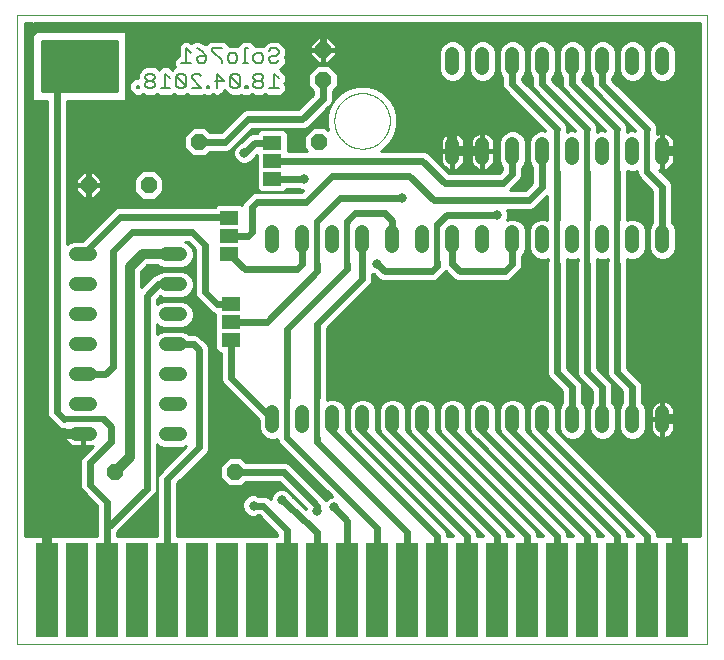
<source format=gbl>
G75*
%MOIN*%
%OFA0B0*%
%FSLAX24Y24*%
%IPPOS*%
%LPD*%
%AMOC8*
5,1,8,0,0,1.08239X$1,22.5*
%
%ADD10C,0.0000*%
%ADD11C,0.0080*%
%ADD12OC8,0.0560*%
%ADD13C,0.0480*%
%ADD14R,0.0748X0.3150*%
%ADD15R,0.0630X0.0460*%
%ADD16C,0.0320*%
%ADD17C,0.0240*%
%ADD18C,0.0100*%
%ADD19C,0.0317*%
%ADD20C,0.0200*%
D10*
X000100Y000100D02*
X000100Y021060D01*
X023100Y021060D01*
X023100Y000100D01*
X000100Y000100D01*
X010671Y017547D02*
X010673Y017607D01*
X010679Y017668D01*
X010689Y017727D01*
X010703Y017786D01*
X010720Y017844D01*
X010741Y017901D01*
X010766Y017956D01*
X010795Y018009D01*
X010827Y018061D01*
X010862Y018110D01*
X010901Y018157D01*
X010942Y018201D01*
X010986Y018242D01*
X011033Y018281D01*
X011082Y018316D01*
X011133Y018348D01*
X011187Y018377D01*
X011242Y018402D01*
X011299Y018423D01*
X011357Y018440D01*
X011416Y018454D01*
X011475Y018464D01*
X011536Y018470D01*
X011596Y018472D01*
X011656Y018470D01*
X011717Y018464D01*
X011776Y018454D01*
X011835Y018440D01*
X011893Y018423D01*
X011950Y018402D01*
X012005Y018377D01*
X012058Y018348D01*
X012110Y018316D01*
X012159Y018281D01*
X012206Y018242D01*
X012250Y018201D01*
X012291Y018157D01*
X012330Y018110D01*
X012365Y018061D01*
X012397Y018010D01*
X012426Y017956D01*
X012451Y017901D01*
X012472Y017844D01*
X012489Y017786D01*
X012503Y017727D01*
X012513Y017668D01*
X012519Y017607D01*
X012521Y017547D01*
X012519Y017487D01*
X012513Y017426D01*
X012503Y017367D01*
X012489Y017308D01*
X012472Y017250D01*
X012451Y017193D01*
X012426Y017138D01*
X012397Y017085D01*
X012365Y017033D01*
X012330Y016984D01*
X012291Y016937D01*
X012250Y016893D01*
X012206Y016852D01*
X012159Y016813D01*
X012110Y016778D01*
X012059Y016746D01*
X012005Y016717D01*
X011950Y016692D01*
X011893Y016671D01*
X011835Y016654D01*
X011776Y016640D01*
X011717Y016630D01*
X011656Y016624D01*
X011596Y016622D01*
X011536Y016624D01*
X011475Y016630D01*
X011416Y016640D01*
X011357Y016654D01*
X011299Y016671D01*
X011242Y016692D01*
X011187Y016717D01*
X011134Y016746D01*
X011082Y016778D01*
X011033Y016813D01*
X010986Y016852D01*
X010942Y016893D01*
X010901Y016937D01*
X010862Y016984D01*
X010827Y017033D01*
X010795Y017084D01*
X010766Y017138D01*
X010741Y017193D01*
X010720Y017250D01*
X010703Y017308D01*
X010689Y017367D01*
X010679Y017426D01*
X010673Y017487D01*
X010671Y017547D01*
D11*
X008810Y018640D02*
X008490Y018640D01*
X008650Y018640D02*
X008650Y019120D01*
X008810Y018960D01*
X008294Y018960D02*
X008294Y019040D01*
X008214Y019120D01*
X008054Y019120D01*
X007974Y019040D01*
X007974Y018960D01*
X008054Y018880D01*
X008214Y018880D01*
X008294Y018960D01*
X008214Y018880D02*
X008294Y018800D01*
X008294Y018720D01*
X008214Y018640D01*
X008054Y018640D01*
X007974Y018720D01*
X007974Y018800D01*
X008054Y018880D01*
X007779Y018720D02*
X007699Y018720D01*
X007699Y018640D01*
X007779Y018640D01*
X007779Y018720D01*
X007521Y018720D02*
X007521Y019040D01*
X007441Y019120D01*
X007281Y019120D01*
X007201Y019040D01*
X007521Y018720D01*
X007441Y018640D01*
X007281Y018640D01*
X007201Y018720D01*
X007201Y019040D01*
X007005Y018880D02*
X006685Y018880D01*
X006490Y018720D02*
X006410Y018720D01*
X006410Y018640D01*
X006490Y018640D01*
X006490Y018720D01*
X006232Y018640D02*
X005912Y018960D01*
X005912Y019040D01*
X005992Y019120D01*
X006152Y019120D01*
X006232Y019040D01*
X006232Y018640D02*
X005912Y018640D01*
X005716Y018720D02*
X005716Y019040D01*
X005636Y019120D01*
X005476Y019120D01*
X005396Y019040D01*
X005716Y018720D01*
X005636Y018640D01*
X005476Y018640D01*
X005396Y018720D01*
X005396Y019040D01*
X005201Y018960D02*
X005040Y019120D01*
X005040Y018640D01*
X004880Y018640D02*
X005201Y018640D01*
X004685Y018720D02*
X004685Y018800D01*
X004605Y018880D01*
X004445Y018880D01*
X004365Y018800D01*
X004365Y018720D01*
X004445Y018640D01*
X004605Y018640D01*
X004685Y018720D01*
X004605Y018880D02*
X004685Y018960D01*
X004685Y019040D01*
X004605Y019120D01*
X004445Y019120D01*
X004365Y019040D01*
X004365Y018960D01*
X004445Y018880D01*
X004169Y018720D02*
X004089Y018720D01*
X004089Y018640D01*
X004169Y018640D01*
X004169Y018720D01*
X005568Y019480D02*
X005888Y019480D01*
X005728Y019480D02*
X005728Y019960D01*
X005888Y019800D01*
X006083Y019640D02*
X006163Y019720D01*
X006404Y019720D01*
X006404Y019560D01*
X006324Y019480D01*
X006163Y019480D01*
X006083Y019560D01*
X006083Y019640D01*
X006244Y019880D02*
X006404Y019720D01*
X006244Y019880D02*
X006083Y019960D01*
X006599Y019960D02*
X006599Y019880D01*
X006919Y019560D01*
X006919Y019480D01*
X007115Y019560D02*
X007115Y019720D01*
X007195Y019800D01*
X007355Y019800D01*
X007435Y019720D01*
X007435Y019560D01*
X007355Y019480D01*
X007195Y019480D01*
X007115Y019560D01*
X006919Y019960D02*
X006599Y019960D01*
X006765Y019120D02*
X007005Y018880D01*
X006765Y018640D02*
X006765Y019120D01*
X007619Y019480D02*
X007779Y019480D01*
X007699Y019480D02*
X007699Y019960D01*
X007779Y019960D01*
X007974Y019720D02*
X008054Y019800D01*
X008214Y019800D01*
X008294Y019720D01*
X008294Y019560D01*
X008214Y019480D01*
X008054Y019480D01*
X007974Y019560D01*
X007974Y019720D01*
X008490Y019640D02*
X008490Y019560D01*
X008570Y019480D01*
X008730Y019480D01*
X008810Y019560D01*
X008730Y019720D02*
X008570Y019720D01*
X008490Y019640D01*
X008490Y019880D02*
X008570Y019960D01*
X008730Y019960D01*
X008810Y019880D01*
X008810Y019800D01*
X008730Y019720D01*
D12*
X010288Y019913D03*
X010288Y018913D03*
X010163Y016850D03*
X006163Y016850D03*
X004475Y015413D03*
X002475Y015413D03*
X003350Y005850D03*
X007350Y005850D03*
D13*
X008600Y007360D02*
X008600Y007840D01*
X009600Y007840D02*
X009600Y007360D01*
X010600Y007360D02*
X010600Y007840D01*
X011600Y007840D02*
X011600Y007360D01*
X012600Y007360D02*
X012600Y007840D01*
X013600Y007840D02*
X013600Y007360D01*
X014600Y007360D02*
X014600Y007840D01*
X015600Y007840D02*
X015600Y007360D01*
X016600Y007360D02*
X016600Y007840D01*
X017600Y007840D02*
X017600Y007360D01*
X018600Y007360D02*
X018600Y007840D01*
X019600Y007840D02*
X019600Y007360D01*
X020600Y007360D02*
X020600Y007840D01*
X021600Y007840D02*
X021600Y007360D01*
X021600Y013360D02*
X021600Y013840D01*
X020600Y013840D02*
X020600Y013360D01*
X019600Y013360D02*
X019600Y013840D01*
X018600Y013840D02*
X018600Y013360D01*
X017600Y013360D02*
X017600Y013840D01*
X016600Y013840D02*
X016600Y013360D01*
X015600Y013360D02*
X015600Y013840D01*
X014600Y013840D02*
X014600Y013360D01*
X013600Y013360D02*
X013600Y013840D01*
X012600Y013840D02*
X012600Y013360D01*
X011600Y013360D02*
X011600Y013840D01*
X010600Y013840D02*
X010600Y013360D01*
X009600Y013360D02*
X009600Y013840D01*
X008600Y013840D02*
X008600Y013360D01*
X005528Y013100D02*
X005048Y013100D01*
X005048Y012100D02*
X005528Y012100D01*
X005528Y011100D02*
X005048Y011100D01*
X005048Y010100D02*
X005528Y010100D01*
X005528Y009100D02*
X005048Y009100D01*
X005048Y008100D02*
X005528Y008100D01*
X005528Y007100D02*
X005048Y007100D01*
X002528Y007100D02*
X002048Y007100D01*
X002048Y008100D02*
X002528Y008100D01*
X002528Y009100D02*
X002048Y009100D01*
X002048Y010100D02*
X002528Y010100D01*
X002528Y011100D02*
X002048Y011100D01*
X002048Y012100D02*
X002528Y012100D01*
X002528Y013100D02*
X002048Y013100D01*
X014600Y016298D02*
X014600Y016778D01*
X015600Y016778D02*
X015600Y016298D01*
X016600Y016298D02*
X016600Y016778D01*
X017600Y016778D02*
X017600Y016298D01*
X018600Y016298D02*
X018600Y016778D01*
X019600Y016778D02*
X019600Y016298D01*
X020600Y016298D02*
X020600Y016778D01*
X021600Y016778D02*
X021600Y016298D01*
X021600Y019298D02*
X021600Y019778D01*
X020600Y019778D02*
X020600Y019298D01*
X019600Y019298D02*
X019600Y019778D01*
X018600Y019778D02*
X018600Y019298D01*
X017600Y019298D02*
X017600Y019778D01*
X016600Y019778D02*
X016600Y019298D01*
X015600Y019298D02*
X015600Y019778D01*
X014600Y019778D02*
X014600Y019298D01*
D14*
X014100Y001913D03*
X013100Y001913D03*
X012100Y001913D03*
X011100Y001913D03*
X010100Y001913D03*
X009100Y001913D03*
X008100Y001913D03*
X007100Y001913D03*
X006100Y001913D03*
X005100Y001913D03*
X004100Y001913D03*
X003100Y001913D03*
X002100Y001913D03*
X001100Y001913D03*
X015100Y001913D03*
X016100Y001913D03*
X017100Y001913D03*
X018100Y001913D03*
X019100Y001913D03*
X020100Y001913D03*
X021100Y001913D03*
X022100Y001913D03*
D15*
X007225Y010250D03*
X007225Y010850D03*
X007225Y011450D03*
X007163Y013125D03*
X007163Y013725D03*
X007163Y014325D03*
X008600Y015625D03*
X008600Y016225D03*
X008600Y016825D03*
D16*
X010100Y020663D02*
X013850Y020663D01*
X013850Y018913D01*
X014600Y018163D01*
X014600Y016538D01*
X015600Y016538D01*
X013850Y020663D02*
X022475Y020663D01*
X022725Y020413D01*
X022725Y016350D01*
X022538Y016538D01*
X021600Y016538D01*
X022725Y016350D02*
X022725Y007350D01*
X022475Y007600D01*
X021600Y007600D01*
X022725Y007350D02*
X022725Y004475D01*
X022100Y003850D01*
X022100Y001913D01*
X005288Y013100D02*
X004288Y013100D01*
X003850Y012663D01*
X003850Y006350D01*
X003350Y005850D01*
X002288Y007100D02*
X000788Y007100D01*
X000475Y006788D01*
X000475Y020413D01*
X000725Y020663D01*
X010100Y020663D01*
X000475Y006788D02*
X000475Y004475D01*
X001100Y003850D01*
X001100Y001913D01*
D17*
X003100Y001913D02*
X003100Y003975D01*
X003100Y004850D01*
X002538Y005413D01*
X002538Y006163D01*
X003225Y006850D01*
X003225Y007350D01*
X002975Y007600D01*
X001663Y007600D02*
X001413Y007850D01*
X001413Y019288D01*
X006163Y016850D02*
X007038Y016850D01*
X007788Y017600D01*
X009600Y017600D01*
X010288Y018288D01*
X010288Y018913D01*
X010288Y019913D02*
X010288Y020475D01*
X010413Y020600D01*
X010288Y020475D02*
X010100Y020663D01*
X008600Y016825D02*
X008013Y016825D01*
X007663Y016475D01*
X008600Y016225D02*
X013600Y016225D01*
X014350Y015475D01*
X016288Y015475D01*
X016600Y015788D01*
X016600Y016538D01*
X017600Y016538D02*
X017600Y015350D01*
X017163Y014913D01*
X013975Y014913D01*
X013163Y015725D01*
X010600Y015725D01*
X009725Y014850D01*
X008100Y014850D01*
X007913Y014663D01*
X007913Y013850D01*
X007788Y013725D01*
X007163Y013725D01*
X007163Y013125D02*
X007688Y012600D01*
X009413Y012600D01*
X009600Y012788D01*
X009600Y013600D01*
X010100Y014225D02*
X010850Y014975D01*
X012913Y014975D01*
X012350Y014475D02*
X011350Y014475D01*
X011100Y014225D01*
X011100Y014163D01*
X011600Y013600D02*
X011600Y012288D01*
X010100Y010788D01*
X010100Y008350D01*
X010600Y007600D02*
X010600Y007225D01*
X014100Y003725D01*
X014100Y001913D01*
X013100Y001913D02*
X013100Y003850D01*
X010100Y006850D01*
X010100Y006975D01*
X009100Y006975D02*
X012100Y003975D01*
X012100Y001913D01*
X011100Y001913D02*
X011100Y004225D01*
X010663Y004663D01*
X010100Y004725D02*
X010100Y004538D01*
X010100Y004725D02*
X008975Y005850D01*
X007350Y005850D01*
X007975Y004725D02*
X008288Y004725D01*
X009100Y003913D01*
X009100Y001913D01*
X010100Y001913D02*
X010100Y003850D01*
X008913Y004913D01*
X008600Y007600D02*
X007225Y008975D01*
X007225Y010250D01*
X007225Y010850D02*
X008413Y010850D01*
X010100Y012538D01*
X010100Y012788D01*
X011100Y012788D02*
X011100Y012600D01*
X009100Y010600D01*
X009100Y008350D01*
X011600Y007600D02*
X011600Y007225D01*
X015100Y003725D01*
X015100Y001913D01*
X016100Y001913D02*
X016100Y003725D01*
X012600Y007225D01*
X012600Y007600D01*
X013600Y007600D02*
X013600Y007225D01*
X017100Y003725D01*
X017100Y001913D01*
X018100Y001913D02*
X018100Y003725D01*
X014600Y007225D01*
X014600Y007600D01*
X015600Y007600D02*
X015600Y007225D01*
X019100Y003725D01*
X019100Y001913D01*
X020100Y001913D02*
X020100Y003725D01*
X016600Y007225D01*
X016600Y007600D01*
X017600Y007600D02*
X017600Y007225D01*
X021100Y003725D01*
X021100Y001913D01*
X020600Y007600D02*
X020600Y008663D01*
X020100Y009163D01*
X020100Y012788D01*
X019100Y012788D02*
X019100Y009163D01*
X019600Y008663D01*
X019600Y007600D01*
X018600Y007600D02*
X018600Y008663D01*
X018100Y009163D01*
X018100Y012788D01*
X018100Y014288D02*
X018100Y015850D01*
X019100Y015850D02*
X019100Y014288D01*
X020100Y014288D02*
X020100Y015850D01*
X021100Y015850D02*
X021600Y015350D01*
X021600Y013600D01*
X021100Y017288D02*
X019600Y018788D01*
X019600Y019538D01*
X018600Y019538D02*
X018600Y018788D01*
X020100Y017288D01*
X019100Y017288D02*
X017600Y018788D01*
X017600Y019538D01*
X016600Y019538D02*
X016600Y018788D01*
X018100Y017288D01*
X016100Y014413D02*
X014413Y014413D01*
X014100Y014100D01*
X014600Y013600D02*
X014600Y012788D01*
X014850Y012538D01*
X016350Y012538D01*
X016600Y012788D01*
X016600Y013600D01*
X014100Y012850D02*
X014100Y012725D01*
X013913Y012538D01*
X012350Y012538D01*
X012100Y012788D01*
X012600Y013600D02*
X012600Y014225D01*
X012350Y014475D01*
X009663Y015600D02*
X008750Y015600D01*
X008600Y015625D01*
X007163Y014325D02*
X007138Y014350D01*
X003538Y014350D01*
X002288Y013100D01*
X003288Y013225D02*
X003913Y013850D01*
X005913Y013850D01*
X006350Y013413D01*
X006350Y011850D01*
X006750Y011450D01*
X007225Y011450D01*
X005975Y010100D02*
X005288Y010100D01*
X005975Y010100D02*
X006163Y009913D01*
X006163Y006663D01*
X005100Y005600D01*
X005100Y001913D01*
X003100Y003975D02*
X004413Y005288D01*
X004413Y011725D01*
X004788Y012100D01*
X005288Y012100D01*
X003288Y013225D02*
X003288Y009350D01*
X003038Y009100D01*
X002288Y009100D01*
D18*
X001083Y009064D02*
X000350Y009064D01*
X000350Y009162D02*
X001083Y009162D01*
X001083Y009261D02*
X000350Y009261D01*
X000350Y009359D02*
X001083Y009359D01*
X001083Y009458D02*
X000350Y009458D01*
X000350Y009556D02*
X001083Y009556D01*
X001083Y009655D02*
X000350Y009655D01*
X000350Y009753D02*
X001083Y009753D01*
X001083Y009852D02*
X000350Y009852D01*
X000350Y009950D02*
X001083Y009950D01*
X001083Y010049D02*
X000350Y010049D01*
X000350Y010147D02*
X001083Y010147D01*
X001083Y010246D02*
X000350Y010246D01*
X000350Y010344D02*
X001083Y010344D01*
X001083Y010443D02*
X000350Y010443D01*
X000350Y010541D02*
X001083Y010541D01*
X001083Y010640D02*
X000350Y010640D01*
X000350Y010738D02*
X001083Y010738D01*
X001083Y010837D02*
X000350Y010837D01*
X000350Y010935D02*
X001083Y010935D01*
X001083Y011034D02*
X000350Y011034D01*
X000350Y011132D02*
X001083Y011132D01*
X001083Y011231D02*
X000350Y011231D01*
X000350Y011329D02*
X001083Y011329D01*
X001083Y011428D02*
X000350Y011428D01*
X000350Y011526D02*
X001083Y011526D01*
X001083Y011625D02*
X000350Y011625D01*
X000350Y011723D02*
X001083Y011723D01*
X001083Y011822D02*
X000350Y011822D01*
X000350Y011920D02*
X001083Y011920D01*
X001083Y012019D02*
X000350Y012019D01*
X000350Y012117D02*
X001083Y012117D01*
X001083Y012216D02*
X000350Y012216D01*
X000350Y012314D02*
X001083Y012314D01*
X001083Y012413D02*
X000350Y012413D01*
X000350Y012511D02*
X001083Y012511D01*
X001083Y012610D02*
X000350Y012610D01*
X000350Y012708D02*
X001083Y012708D01*
X001083Y012807D02*
X000350Y012807D01*
X000350Y012905D02*
X001083Y012905D01*
X001083Y013004D02*
X000350Y013004D01*
X000350Y013102D02*
X001083Y013102D01*
X001083Y013201D02*
X000350Y013201D01*
X000350Y013299D02*
X001083Y013299D01*
X001083Y013398D02*
X000350Y013398D01*
X000350Y013496D02*
X001083Y013496D01*
X001083Y013595D02*
X000350Y013595D01*
X000350Y013693D02*
X001083Y013693D01*
X001083Y013792D02*
X000350Y013792D01*
X000350Y013890D02*
X001083Y013890D01*
X001083Y013989D02*
X000350Y013989D01*
X000350Y014087D02*
X001083Y014087D01*
X001083Y014186D02*
X000350Y014186D01*
X000350Y014284D02*
X001083Y014284D01*
X001083Y014383D02*
X000350Y014383D01*
X000350Y014481D02*
X001083Y014481D01*
X001083Y014580D02*
X000350Y014580D01*
X000350Y014678D02*
X001083Y014678D01*
X001083Y014777D02*
X000350Y014777D01*
X000350Y014875D02*
X001083Y014875D01*
X001083Y014974D02*
X000350Y014974D01*
X000350Y015072D02*
X001083Y015072D01*
X001083Y015171D02*
X000350Y015171D01*
X000350Y015269D02*
X001083Y015269D01*
X001083Y015368D02*
X000350Y015368D01*
X000350Y015466D02*
X001083Y015466D01*
X001083Y015565D02*
X000350Y015565D01*
X000350Y015663D02*
X001083Y015663D01*
X001083Y015762D02*
X000350Y015762D01*
X000350Y015860D02*
X001083Y015860D01*
X001083Y015959D02*
X000350Y015959D01*
X000350Y016057D02*
X001083Y016057D01*
X001083Y016156D02*
X000350Y016156D01*
X000350Y016254D02*
X001083Y016254D01*
X001083Y016353D02*
X000350Y016353D01*
X000350Y016451D02*
X001083Y016451D01*
X001083Y016550D02*
X000350Y016550D01*
X000350Y016648D02*
X001083Y016648D01*
X001083Y016747D02*
X000350Y016747D01*
X000350Y016845D02*
X001083Y016845D01*
X001083Y016944D02*
X000350Y016944D01*
X000350Y017042D02*
X001083Y017042D01*
X001083Y017141D02*
X000350Y017141D01*
X000350Y017239D02*
X001083Y017239D01*
X001083Y017338D02*
X000350Y017338D01*
X000350Y017436D02*
X001083Y017436D01*
X001083Y017535D02*
X000350Y017535D01*
X000350Y017633D02*
X001083Y017633D01*
X001083Y017732D02*
X000350Y017732D01*
X000350Y017830D02*
X001083Y017830D01*
X001083Y017929D02*
X000350Y017929D01*
X000350Y018027D02*
X001083Y018027D01*
X001083Y018126D02*
X000350Y018126D01*
X000350Y018224D02*
X001083Y018224D01*
X001083Y018225D02*
X001083Y007784D01*
X001133Y007663D01*
X001226Y007570D01*
X001476Y007320D01*
X001597Y007270D01*
X001696Y007270D01*
X001672Y007214D01*
X001658Y007138D01*
X001658Y007130D01*
X002257Y007130D01*
X002257Y007070D01*
X001658Y007070D01*
X001658Y007062D01*
X001672Y006986D01*
X001702Y006915D01*
X001745Y006851D01*
X001799Y006797D01*
X001863Y006754D01*
X001934Y006725D01*
X002009Y006710D01*
X002257Y006710D01*
X002257Y007070D01*
X002318Y007070D01*
X002318Y006710D01*
X002566Y006710D01*
X002631Y006723D01*
X002258Y006349D01*
X002208Y006228D01*
X002208Y005347D01*
X002258Y005226D01*
X002351Y005133D01*
X002770Y004713D01*
X002770Y003725D01*
X000350Y003725D01*
X000350Y020810D01*
X000600Y020810D01*
X000600Y018225D01*
X001083Y018225D01*
X000913Y018538D02*
X000913Y020225D01*
X003413Y020225D01*
X003413Y018538D01*
X000913Y018538D01*
X000913Y018618D02*
X003413Y018618D01*
X003413Y018717D02*
X000913Y018717D01*
X000913Y018815D02*
X003413Y018815D01*
X003413Y018914D02*
X000913Y018914D01*
X000913Y019012D02*
X003413Y019012D01*
X003413Y019111D02*
X000913Y019111D01*
X000913Y019209D02*
X003413Y019209D01*
X003413Y019308D02*
X000913Y019308D01*
X000913Y019406D02*
X003413Y019406D01*
X003413Y019505D02*
X000913Y019505D01*
X000913Y019603D02*
X003413Y019603D01*
X003413Y019702D02*
X000913Y019702D01*
X000913Y019800D02*
X003413Y019800D01*
X003413Y019899D02*
X000913Y019899D01*
X000913Y019997D02*
X003413Y019997D01*
X003413Y020096D02*
X000913Y020096D01*
X000913Y020194D02*
X003413Y020194D01*
X003725Y020194D02*
X005639Y020194D01*
X005678Y020210D02*
X005586Y020172D01*
X005516Y020102D01*
X005478Y020010D01*
X005478Y019713D01*
X005426Y019692D01*
X005356Y019622D01*
X005318Y019530D01*
X005318Y019430D01*
X005355Y019341D01*
X005334Y019332D01*
X005258Y019256D01*
X005252Y019262D01*
X005182Y019332D01*
X005090Y019370D01*
X004991Y019370D01*
X004899Y019332D01*
X004828Y019262D01*
X004825Y019254D01*
X004817Y019262D01*
X004746Y019332D01*
X004655Y019370D01*
X004395Y019370D01*
X004314Y019337D01*
X004303Y019332D01*
X004233Y019262D01*
X004223Y019252D01*
X004153Y019182D01*
X004130Y019127D01*
X004115Y019090D01*
X004115Y018970D01*
X004039Y018970D01*
X003948Y018932D01*
X003877Y018862D01*
X003839Y018770D01*
X003839Y018590D01*
X003877Y018498D01*
X003948Y018428D01*
X004039Y018390D01*
X004219Y018390D01*
X004307Y018426D01*
X004340Y018413D01*
X004395Y018390D01*
X004655Y018390D01*
X004743Y018426D01*
X004831Y018390D01*
X005250Y018390D01*
X005338Y018426D01*
X005372Y018413D01*
X005426Y018390D01*
X005686Y018390D01*
X005774Y018426D01*
X005862Y018390D01*
X006282Y018390D01*
X006321Y018406D01*
X006360Y018390D01*
X006539Y018390D01*
X006627Y018426D01*
X006715Y018390D01*
X006815Y018390D01*
X006907Y018428D01*
X006977Y018498D01*
X007004Y018563D01*
X007059Y018508D01*
X007137Y018430D01*
X007139Y018428D01*
X007176Y018413D01*
X007231Y018390D01*
X007491Y018390D01*
X007570Y018423D01*
X007649Y018390D01*
X007828Y018390D01*
X007916Y018426D01*
X007950Y018413D01*
X008004Y018390D01*
X008264Y018390D01*
X008352Y018426D01*
X008440Y018390D01*
X008860Y018390D01*
X008952Y018428D01*
X009022Y018498D01*
X009060Y018590D01*
X009060Y018690D01*
X009022Y018782D01*
X009003Y018800D01*
X009022Y018819D01*
X009060Y018911D01*
X009060Y019010D01*
X009022Y019102D01*
X008862Y019262D01*
X008860Y019263D01*
X008872Y019268D01*
X009022Y019418D01*
X009060Y019510D01*
X009060Y019610D01*
X009031Y019680D01*
X009038Y019697D01*
X009060Y019751D01*
X009060Y019930D01*
X009022Y020022D01*
X008952Y020092D01*
X008872Y020172D01*
X008780Y020210D01*
X008520Y020210D01*
X008465Y020188D01*
X008428Y020172D01*
X008426Y020170D01*
X008294Y020038D01*
X008264Y020050D01*
X008012Y020050D01*
X007991Y020102D01*
X007920Y020172D01*
X007828Y020210D01*
X007649Y020210D01*
X007557Y020172D01*
X007487Y020102D01*
X007456Y020029D01*
X007444Y020034D01*
X007405Y020050D01*
X007153Y020050D01*
X007131Y020102D01*
X007061Y020172D01*
X006969Y020210D01*
X006549Y020210D01*
X006457Y020172D01*
X006387Y020102D01*
X006383Y020093D01*
X006347Y020108D01*
X006151Y020206D01*
X006052Y020213D01*
X005957Y020182D01*
X005905Y020137D01*
X005870Y020172D01*
X005778Y020210D01*
X005678Y020210D01*
X005817Y020194D02*
X005994Y020194D01*
X006175Y020194D02*
X006510Y020194D01*
X006384Y020096D02*
X006377Y020096D01*
X007009Y020194D02*
X007609Y020194D01*
X007484Y020096D02*
X007134Y020096D01*
X007868Y020194D02*
X008481Y020194D01*
X008428Y020172D02*
X008428Y020172D01*
X008351Y020096D02*
X007993Y020096D01*
X008819Y020194D02*
X009961Y020194D01*
X010059Y020293D02*
X003725Y020293D01*
X003725Y020391D02*
X022850Y020391D01*
X022850Y020293D02*
X010516Y020293D01*
X010466Y020342D02*
X010318Y020342D01*
X010318Y019943D01*
X010257Y019943D01*
X010257Y020342D01*
X010109Y020342D01*
X009858Y020091D01*
X009858Y019943D01*
X010257Y019943D01*
X010257Y019882D01*
X009858Y019882D01*
X009858Y019734D01*
X010109Y019483D01*
X010257Y019482D01*
X010257Y019882D01*
X010318Y019882D01*
X010318Y019943D01*
X010717Y019943D01*
X010717Y020091D01*
X010466Y020342D01*
X010318Y020293D02*
X010257Y020293D01*
X010257Y020194D02*
X010318Y020194D01*
X010318Y020096D02*
X010257Y020096D01*
X010257Y019997D02*
X010318Y019997D01*
X010318Y019899D02*
X014163Y019899D01*
X014150Y019867D02*
X014219Y020032D01*
X014345Y020159D01*
X014510Y020227D01*
X014690Y020227D01*
X014855Y020159D01*
X014981Y020032D01*
X015050Y019867D01*
X015050Y019208D01*
X014981Y019043D01*
X014855Y018916D01*
X014690Y018848D01*
X014510Y018848D01*
X014345Y018916D01*
X014219Y019043D01*
X014150Y019208D01*
X014150Y019867D01*
X014150Y019800D02*
X010717Y019800D01*
X010717Y019734D02*
X010717Y019882D01*
X010318Y019882D01*
X010318Y019483D01*
X010466Y019483D01*
X010717Y019734D01*
X010685Y019702D02*
X014150Y019702D01*
X014150Y019603D02*
X010586Y019603D01*
X010488Y019505D02*
X014150Y019505D01*
X014150Y019406D02*
X009010Y019406D01*
X009058Y019505D02*
X010087Y019505D01*
X010085Y019402D02*
X009798Y019115D01*
X009798Y018710D01*
X009958Y018550D01*
X009958Y018424D01*
X009463Y017930D01*
X007722Y017930D01*
X007601Y017880D01*
X007508Y017787D01*
X006901Y017180D01*
X006525Y017180D01*
X006365Y017340D01*
X005960Y017340D01*
X005673Y017053D01*
X005673Y016647D01*
X005960Y016360D01*
X006365Y016360D01*
X006525Y016520D01*
X007103Y016520D01*
X007224Y016570D01*
X007924Y017270D01*
X009666Y017270D01*
X009787Y017320D01*
X010474Y018008D01*
X010547Y018080D01*
X010501Y018000D01*
X010421Y017702D01*
X010421Y017392D01*
X010460Y017245D01*
X010365Y017340D01*
X009960Y017340D01*
X009673Y017053D01*
X009673Y016647D01*
X009765Y016555D01*
X009125Y016555D01*
X009125Y017142D01*
X009002Y017265D01*
X008198Y017265D01*
X008088Y017155D01*
X007947Y017155D01*
X007826Y017105D01*
X007733Y017012D01*
X007733Y017012D01*
X007547Y016826D01*
X007454Y016787D01*
X007350Y016684D01*
X007294Y016548D01*
X007294Y016402D01*
X007350Y016266D01*
X007454Y016163D01*
X007589Y016107D01*
X007736Y016107D01*
X007871Y016163D01*
X007975Y016266D01*
X008013Y016359D01*
X008075Y016421D01*
X008075Y015308D01*
X008198Y015185D01*
X009002Y015185D01*
X009087Y015270D01*
X009496Y015270D01*
X009589Y015232D01*
X009640Y015232D01*
X009588Y015180D01*
X008034Y015180D01*
X007913Y015130D01*
X007633Y014849D01*
X007588Y014741D01*
X007564Y014765D01*
X006761Y014765D01*
X006676Y014680D01*
X003472Y014680D01*
X003351Y014630D01*
X003258Y014537D01*
X002271Y013550D01*
X001958Y013550D01*
X001793Y013481D01*
X001742Y013431D01*
X001742Y018225D01*
X003725Y018225D01*
X003725Y020538D01*
X000663Y020538D01*
X000663Y020810D01*
X022850Y020810D01*
X022850Y003725D01*
X021430Y003725D01*
X021430Y003791D01*
X021380Y003912D01*
X021287Y004005D01*
X018042Y007250D01*
X018050Y007270D01*
X018050Y007930D01*
X017981Y008095D01*
X017855Y008221D01*
X017690Y008290D01*
X017510Y008290D01*
X017345Y008221D01*
X017219Y008095D01*
X017150Y007930D01*
X017150Y007270D01*
X017219Y007105D01*
X017345Y006979D01*
X017404Y006954D01*
X020633Y003725D01*
X020430Y003725D01*
X020430Y003791D01*
X020380Y003912D01*
X020287Y004005D01*
X017042Y007250D01*
X017050Y007270D01*
X017050Y007930D01*
X016981Y008095D01*
X016855Y008221D01*
X016690Y008290D01*
X016510Y008290D01*
X016345Y008221D01*
X016219Y008095D01*
X016150Y007930D01*
X016150Y007270D01*
X016219Y007105D01*
X016345Y006979D01*
X016404Y006954D01*
X019633Y003725D01*
X019430Y003725D01*
X019430Y003791D01*
X019380Y003912D01*
X019287Y004005D01*
X016042Y007250D01*
X016050Y007270D01*
X016050Y007930D01*
X015981Y008095D01*
X015855Y008221D01*
X015690Y008290D01*
X015510Y008290D01*
X015345Y008221D01*
X015219Y008095D01*
X015150Y007930D01*
X015150Y007270D01*
X015219Y007105D01*
X015345Y006979D01*
X015404Y006954D01*
X015413Y006945D01*
X018633Y003725D01*
X018430Y003725D01*
X018430Y003791D01*
X018380Y003912D01*
X018287Y004005D01*
X015042Y007250D01*
X015050Y007270D01*
X015050Y007930D01*
X014981Y008095D01*
X014855Y008221D01*
X014690Y008290D01*
X014510Y008290D01*
X014345Y008221D01*
X014219Y008095D01*
X014150Y007930D01*
X014150Y007270D01*
X014219Y007105D01*
X014345Y006979D01*
X014404Y006954D01*
X017633Y003725D01*
X017430Y003725D01*
X017430Y003791D01*
X017380Y003912D01*
X017287Y004005D01*
X014042Y007250D01*
X014050Y007270D01*
X014050Y007930D01*
X013981Y008095D01*
X013855Y008221D01*
X013690Y008290D01*
X013510Y008290D01*
X013345Y008221D01*
X013219Y008095D01*
X013150Y007930D01*
X013150Y007270D01*
X013219Y007105D01*
X013345Y006979D01*
X013404Y006954D01*
X016633Y003725D01*
X016430Y003725D01*
X016430Y003791D01*
X016380Y003912D01*
X016287Y004005D01*
X013042Y007250D01*
X013050Y007270D01*
X013050Y007930D01*
X012981Y008095D01*
X012855Y008221D01*
X012690Y008290D01*
X012510Y008290D01*
X012345Y008221D01*
X012219Y008095D01*
X012150Y007930D01*
X012150Y007270D01*
X012219Y007105D01*
X012345Y006979D01*
X012404Y006954D01*
X015633Y003725D01*
X015430Y003725D01*
X015430Y003791D01*
X015380Y003912D01*
X015287Y004005D01*
X012042Y007250D01*
X012050Y007270D01*
X012050Y007930D01*
X011981Y008095D01*
X011855Y008221D01*
X011690Y008290D01*
X011510Y008290D01*
X011345Y008221D01*
X011219Y008095D01*
X011150Y007930D01*
X011150Y007270D01*
X011219Y007105D01*
X011345Y006979D01*
X011404Y006954D01*
X014633Y003725D01*
X014430Y003725D01*
X014430Y003791D01*
X014380Y003912D01*
X014287Y004005D01*
X011042Y007250D01*
X011050Y007270D01*
X011050Y007930D01*
X010981Y008095D01*
X010855Y008221D01*
X010690Y008290D01*
X010510Y008290D01*
X010416Y008251D01*
X010430Y008284D01*
X010430Y010651D01*
X011880Y012101D01*
X011930Y012222D01*
X011930Y012459D01*
X011984Y012437D01*
X012163Y012258D01*
X012284Y012208D01*
X013978Y012208D01*
X014099Y012258D01*
X014192Y012351D01*
X014287Y012445D01*
X014380Y012538D01*
X014381Y012540D01*
X014570Y012351D01*
X014663Y012258D01*
X014784Y012208D01*
X016416Y012208D01*
X016537Y012258D01*
X016787Y012508D01*
X016880Y012601D01*
X016930Y012722D01*
X016930Y013054D01*
X016981Y013105D01*
X017050Y013270D01*
X017050Y013930D01*
X016981Y014095D01*
X016855Y014221D01*
X016690Y014290D01*
X016510Y014290D01*
X016435Y014259D01*
X016468Y014339D01*
X016468Y014486D01*
X016428Y014583D01*
X017228Y014583D01*
X017349Y014633D01*
X017770Y015053D01*
X017770Y014257D01*
X017690Y014290D01*
X017510Y014290D01*
X017345Y014221D01*
X017219Y014095D01*
X017150Y013930D01*
X017150Y013270D01*
X017219Y013105D01*
X017345Y012979D01*
X017510Y012910D01*
X017690Y012910D01*
X017790Y012952D01*
X017790Y012901D01*
X017770Y012853D01*
X017770Y009097D01*
X017820Y008976D01*
X017913Y008883D01*
X018270Y008526D01*
X018270Y008146D01*
X018219Y008095D01*
X018150Y007930D01*
X018150Y007270D01*
X018219Y007105D01*
X018345Y006979D01*
X018510Y006910D01*
X018690Y006910D01*
X018855Y006979D01*
X018981Y007105D01*
X019050Y007270D01*
X019050Y007930D01*
X018981Y008095D01*
X018930Y008146D01*
X018930Y008728D01*
X018880Y008849D01*
X018787Y008942D01*
X018430Y009299D01*
X018430Y012853D01*
X018410Y012901D01*
X018410Y012952D01*
X018510Y012910D01*
X018690Y012910D01*
X018790Y012952D01*
X018790Y012901D01*
X018770Y012853D01*
X018770Y009097D01*
X018820Y008976D01*
X018913Y008883D01*
X019270Y008526D01*
X019270Y008146D01*
X019219Y008095D01*
X019150Y007930D01*
X019150Y007270D01*
X019219Y007105D01*
X019345Y006979D01*
X019510Y006910D01*
X019690Y006910D01*
X019855Y006979D01*
X019981Y007105D01*
X020050Y007270D01*
X020050Y007930D01*
X019981Y008095D01*
X019930Y008146D01*
X019930Y008728D01*
X019880Y008849D01*
X019787Y008942D01*
X019787Y008942D01*
X019430Y009299D01*
X019430Y012853D01*
X019410Y012901D01*
X019410Y012952D01*
X019510Y012910D01*
X019690Y012910D01*
X019790Y012952D01*
X019790Y012901D01*
X019770Y012853D01*
X019770Y009097D01*
X019820Y008976D01*
X019913Y008883D01*
X020270Y008526D01*
X020270Y008146D01*
X020219Y008095D01*
X020150Y007930D01*
X020150Y007270D01*
X020219Y007105D01*
X020345Y006979D01*
X020510Y006910D01*
X020690Y006910D01*
X020855Y006979D01*
X020981Y007105D01*
X021050Y007270D01*
X021050Y007930D01*
X020981Y008095D01*
X020930Y008146D01*
X020930Y008728D01*
X020880Y008849D01*
X020787Y008942D01*
X020430Y009299D01*
X020430Y012853D01*
X020410Y012901D01*
X020410Y012952D01*
X020510Y012910D01*
X020690Y012910D01*
X020855Y012979D01*
X020981Y013105D01*
X021050Y013270D01*
X021050Y013930D01*
X020981Y014095D01*
X020855Y014221D01*
X020690Y014290D01*
X020510Y014290D01*
X020430Y014257D01*
X020430Y015881D01*
X020510Y015848D01*
X020690Y015848D01*
X020770Y015881D01*
X020770Y015784D01*
X020820Y015663D01*
X021270Y015213D01*
X021270Y014146D01*
X021219Y014095D01*
X021150Y013930D01*
X021150Y013270D01*
X021219Y013105D01*
X021345Y012979D01*
X021510Y012910D01*
X021690Y012910D01*
X021855Y012979D01*
X021981Y013105D01*
X022050Y013270D01*
X022050Y013930D01*
X021981Y014095D01*
X021930Y014146D01*
X021930Y015416D01*
X021880Y015537D01*
X021496Y015921D01*
X021562Y015908D01*
X021570Y015908D01*
X021570Y016507D01*
X021630Y016507D01*
X021630Y015908D01*
X021638Y015908D01*
X021714Y015922D01*
X021785Y015952D01*
X021849Y015995D01*
X021903Y016049D01*
X021946Y016113D01*
X021975Y016184D01*
X021990Y016259D01*
X021990Y016507D01*
X021630Y016507D01*
X021630Y016568D01*
X021570Y016568D01*
X021570Y017167D01*
X021562Y017167D01*
X021486Y017153D01*
X021415Y017123D01*
X021410Y017120D01*
X021410Y017174D01*
X021430Y017222D01*
X021430Y017353D01*
X021380Y017474D01*
X019930Y018924D01*
X019930Y018991D01*
X019981Y019043D01*
X020050Y019208D01*
X020050Y019867D01*
X019981Y020032D01*
X019855Y020159D01*
X019690Y020227D01*
X019510Y020227D01*
X019345Y020159D01*
X019219Y020032D01*
X019150Y019867D01*
X019150Y019208D01*
X019219Y019043D01*
X019270Y018991D01*
X019270Y018722D01*
X019320Y018601D01*
X019413Y018508D01*
X020696Y017225D01*
X020690Y017227D01*
X020510Y017227D01*
X020416Y017188D01*
X020430Y017222D01*
X020430Y017353D01*
X020380Y017474D01*
X018930Y018924D01*
X018930Y018991D01*
X018981Y019043D01*
X019050Y019208D01*
X019050Y019867D01*
X018981Y020032D01*
X018855Y020159D01*
X018690Y020227D01*
X018510Y020227D01*
X018345Y020159D01*
X018219Y020032D01*
X018150Y019867D01*
X018150Y019208D01*
X018219Y019043D01*
X018270Y018991D01*
X018270Y018722D01*
X018320Y018601D01*
X019696Y017225D01*
X019690Y017227D01*
X019510Y017227D01*
X019416Y017188D01*
X019430Y017222D01*
X019430Y017353D01*
X019380Y017474D01*
X017930Y018924D01*
X017930Y018991D01*
X017981Y019043D01*
X018050Y019208D01*
X018050Y019867D01*
X017981Y020032D01*
X017855Y020159D01*
X017690Y020227D01*
X017510Y020227D01*
X017345Y020159D01*
X017219Y020032D01*
X017150Y019867D01*
X017150Y019208D01*
X017219Y019043D01*
X017270Y018991D01*
X017270Y018722D01*
X017320Y018601D01*
X018696Y017225D01*
X018690Y017227D01*
X018510Y017227D01*
X018416Y017188D01*
X018430Y017222D01*
X018430Y017353D01*
X018380Y017474D01*
X016930Y018924D01*
X016930Y018991D01*
X016981Y019043D01*
X017050Y019208D01*
X017050Y019867D01*
X016981Y020032D01*
X016855Y020159D01*
X016690Y020227D01*
X016510Y020227D01*
X016345Y020159D01*
X016219Y020032D01*
X016150Y019867D01*
X016150Y019208D01*
X016219Y019043D01*
X016270Y018991D01*
X016270Y018722D01*
X016320Y018601D01*
X017696Y017225D01*
X017690Y017227D01*
X017510Y017227D01*
X017345Y017159D01*
X017219Y017032D01*
X017150Y016867D01*
X017150Y016208D01*
X017219Y016043D01*
X017270Y015991D01*
X017270Y015487D01*
X017026Y015242D01*
X016522Y015242D01*
X016787Y015508D01*
X016880Y015601D01*
X016930Y015722D01*
X016930Y015991D01*
X016981Y016043D01*
X017050Y016208D01*
X017050Y016867D01*
X016981Y017032D01*
X016855Y017159D01*
X016690Y017227D01*
X016510Y017227D01*
X016345Y017159D01*
X016219Y017032D01*
X016150Y016867D01*
X016150Y016208D01*
X016219Y016043D01*
X016270Y015991D01*
X016270Y015924D01*
X016151Y015805D01*
X014487Y015805D01*
X013880Y016412D01*
X013787Y016505D01*
X013666Y016555D01*
X012229Y016555D01*
X012318Y016606D01*
X012536Y016825D01*
X012691Y017093D01*
X012771Y017392D01*
X012771Y017702D01*
X012691Y018000D01*
X012536Y018268D01*
X012318Y018487D01*
X012050Y018642D01*
X011751Y018722D01*
X011441Y018722D01*
X011142Y018642D01*
X010874Y018487D01*
X010656Y018268D01*
X010589Y018153D01*
X010617Y018222D01*
X010617Y018550D01*
X010777Y018710D01*
X010777Y019115D01*
X010490Y019402D01*
X010085Y019402D01*
X009990Y019308D02*
X008911Y019308D01*
X008915Y019209D02*
X009891Y019209D01*
X009798Y019111D02*
X009013Y019111D01*
X009059Y019012D02*
X009798Y019012D01*
X009798Y018914D02*
X009060Y018914D01*
X009018Y018815D02*
X009798Y018815D01*
X009798Y018717D02*
X009049Y018717D01*
X009060Y018618D02*
X009889Y018618D01*
X009958Y018520D02*
X009031Y018520D01*
X008935Y018421D02*
X009954Y018421D01*
X009856Y018323D02*
X003725Y018323D01*
X003725Y018421D02*
X003964Y018421D01*
X003868Y018520D02*
X003725Y018520D01*
X003725Y018618D02*
X003839Y018618D01*
X003839Y018717D02*
X003725Y018717D01*
X003725Y018815D02*
X003858Y018815D01*
X003929Y018914D02*
X003725Y018914D01*
X003725Y019012D02*
X004115Y019012D01*
X004123Y019111D02*
X003725Y019111D01*
X003725Y019209D02*
X004180Y019209D01*
X004223Y019252D02*
X004223Y019252D01*
X004278Y019308D02*
X003725Y019308D01*
X003725Y019406D02*
X005328Y019406D01*
X005318Y019505D02*
X003725Y019505D01*
X003725Y019603D02*
X005348Y019603D01*
X005449Y019702D02*
X003725Y019702D01*
X003725Y019800D02*
X005478Y019800D01*
X005478Y019899D02*
X003725Y019899D01*
X003725Y019997D02*
X005478Y019997D01*
X005513Y020096D02*
X003725Y020096D01*
X003725Y020490D02*
X022850Y020490D01*
X022850Y020588D02*
X000663Y020588D01*
X000600Y020588D02*
X000350Y020588D01*
X000350Y020490D02*
X000600Y020490D01*
X000600Y020391D02*
X000350Y020391D01*
X000350Y020293D02*
X000600Y020293D01*
X000600Y020194D02*
X000350Y020194D01*
X000350Y020096D02*
X000600Y020096D01*
X000600Y019997D02*
X000350Y019997D01*
X000350Y019899D02*
X000600Y019899D01*
X000600Y019800D02*
X000350Y019800D01*
X000350Y019702D02*
X000600Y019702D01*
X000600Y019603D02*
X000350Y019603D01*
X000350Y019505D02*
X000600Y019505D01*
X000600Y019406D02*
X000350Y019406D01*
X000350Y019308D02*
X000600Y019308D01*
X000600Y019209D02*
X000350Y019209D01*
X000350Y019111D02*
X000600Y019111D01*
X000600Y019012D02*
X000350Y019012D01*
X000350Y018914D02*
X000600Y018914D01*
X000600Y018815D02*
X000350Y018815D01*
X000350Y018717D02*
X000600Y018717D01*
X000600Y018618D02*
X000350Y018618D01*
X000350Y018520D02*
X000600Y018520D01*
X000600Y018421D02*
X000350Y018421D01*
X000350Y018323D02*
X000600Y018323D01*
X001742Y018224D02*
X009757Y018224D01*
X009659Y018126D02*
X001742Y018126D01*
X001742Y018027D02*
X009560Y018027D01*
X010100Y017633D02*
X010421Y017633D01*
X010421Y017535D02*
X010001Y017535D01*
X009903Y017436D02*
X010421Y017436D01*
X010435Y017338D02*
X010368Y017338D01*
X010429Y017732D02*
X010198Y017732D01*
X010297Y017830D02*
X010455Y017830D01*
X010482Y017929D02*
X010395Y017929D01*
X010494Y018027D02*
X010516Y018027D01*
X010617Y018224D02*
X010630Y018224D01*
X010617Y018323D02*
X010710Y018323D01*
X010617Y018421D02*
X010808Y018421D01*
X010930Y018520D02*
X010617Y018520D01*
X010686Y018618D02*
X011101Y018618D01*
X011421Y018717D02*
X010777Y018717D01*
X010777Y018815D02*
X016270Y018815D01*
X016272Y018717D02*
X011771Y018717D01*
X012091Y018618D02*
X016313Y018618D01*
X016401Y018520D02*
X012262Y018520D01*
X012384Y018421D02*
X016500Y018421D01*
X016598Y018323D02*
X012482Y018323D01*
X012562Y018224D02*
X016697Y018224D01*
X016795Y018126D02*
X012619Y018126D01*
X012676Y018027D02*
X016894Y018027D01*
X016992Y017929D02*
X012710Y017929D01*
X012737Y017830D02*
X017091Y017830D01*
X017189Y017732D02*
X012763Y017732D01*
X012771Y017633D02*
X017288Y017633D01*
X017386Y017535D02*
X012771Y017535D01*
X012771Y017436D02*
X017485Y017436D01*
X017583Y017338D02*
X012757Y017338D01*
X012730Y017239D02*
X017682Y017239D01*
X017327Y017141D02*
X016873Y017141D01*
X016972Y017042D02*
X017228Y017042D01*
X017182Y016944D02*
X017018Y016944D01*
X017050Y016845D02*
X017150Y016845D01*
X017150Y016747D02*
X017050Y016747D01*
X017050Y016648D02*
X017150Y016648D01*
X017150Y016550D02*
X017050Y016550D01*
X017050Y016451D02*
X017150Y016451D01*
X017150Y016353D02*
X017050Y016353D01*
X017050Y016254D02*
X017150Y016254D01*
X017172Y016156D02*
X017028Y016156D01*
X016987Y016057D02*
X017213Y016057D01*
X017270Y015959D02*
X016930Y015959D01*
X016930Y015860D02*
X017270Y015860D01*
X017270Y015762D02*
X016930Y015762D01*
X016906Y015663D02*
X017270Y015663D01*
X017270Y015565D02*
X016844Y015565D01*
X016745Y015466D02*
X017249Y015466D01*
X017151Y015368D02*
X016647Y015368D01*
X016548Y015269D02*
X017052Y015269D01*
X017592Y014875D02*
X017770Y014875D01*
X017770Y014777D02*
X017493Y014777D01*
X017395Y014678D02*
X017770Y014678D01*
X017770Y014580D02*
X016430Y014580D01*
X016468Y014481D02*
X017770Y014481D01*
X017770Y014383D02*
X016468Y014383D01*
X016446Y014284D02*
X016496Y014284D01*
X016704Y014284D02*
X017496Y014284D01*
X017704Y014284D02*
X017770Y014284D01*
X017309Y014186D02*
X016891Y014186D01*
X016985Y014087D02*
X017215Y014087D01*
X017174Y013989D02*
X017026Y013989D01*
X017050Y013890D02*
X017150Y013890D01*
X017150Y013792D02*
X017050Y013792D01*
X017050Y013693D02*
X017150Y013693D01*
X017150Y013595D02*
X017050Y013595D01*
X017050Y013496D02*
X017150Y013496D01*
X017150Y013398D02*
X017050Y013398D01*
X017050Y013299D02*
X017150Y013299D01*
X017179Y013201D02*
X017021Y013201D01*
X016978Y013102D02*
X017222Y013102D01*
X017320Y013004D02*
X016930Y013004D01*
X016930Y012905D02*
X017790Y012905D01*
X017770Y012807D02*
X016930Y012807D01*
X016924Y012708D02*
X017770Y012708D01*
X017770Y012610D02*
X016883Y012610D01*
X016790Y012511D02*
X017770Y012511D01*
X017770Y012413D02*
X016692Y012413D01*
X016593Y012314D02*
X017770Y012314D01*
X017770Y012216D02*
X016435Y012216D01*
X017770Y012117D02*
X011887Y012117D01*
X011927Y012216D02*
X012265Y012216D01*
X012107Y012314D02*
X011930Y012314D01*
X011930Y012413D02*
X012008Y012413D01*
X011798Y012019D02*
X017770Y012019D01*
X017770Y011920D02*
X011699Y011920D01*
X011601Y011822D02*
X017770Y011822D01*
X017770Y011723D02*
X011502Y011723D01*
X011404Y011625D02*
X017770Y011625D01*
X017770Y011526D02*
X011305Y011526D01*
X011207Y011428D02*
X017770Y011428D01*
X017770Y011329D02*
X011108Y011329D01*
X011010Y011231D02*
X017770Y011231D01*
X017770Y011132D02*
X010911Y011132D01*
X010813Y011034D02*
X017770Y011034D01*
X017770Y010935D02*
X010714Y010935D01*
X010616Y010837D02*
X017770Y010837D01*
X017770Y010738D02*
X010517Y010738D01*
X010430Y010640D02*
X017770Y010640D01*
X017770Y010541D02*
X010430Y010541D01*
X010430Y010443D02*
X017770Y010443D01*
X017770Y010344D02*
X010430Y010344D01*
X010430Y010246D02*
X017770Y010246D01*
X017770Y010147D02*
X010430Y010147D01*
X010430Y010049D02*
X017770Y010049D01*
X017770Y009950D02*
X010430Y009950D01*
X010430Y009852D02*
X017770Y009852D01*
X017770Y009753D02*
X010430Y009753D01*
X010430Y009655D02*
X017770Y009655D01*
X017770Y009556D02*
X010430Y009556D01*
X010430Y009458D02*
X017770Y009458D01*
X017770Y009359D02*
X010430Y009359D01*
X010430Y009261D02*
X017770Y009261D01*
X017770Y009162D02*
X010430Y009162D01*
X010430Y009064D02*
X017784Y009064D01*
X017831Y008965D02*
X010430Y008965D01*
X010430Y008867D02*
X017929Y008867D01*
X018028Y008768D02*
X010430Y008768D01*
X010430Y008670D02*
X018126Y008670D01*
X018225Y008571D02*
X010430Y008571D01*
X010430Y008473D02*
X018270Y008473D01*
X018270Y008374D02*
X010430Y008374D01*
X010426Y008276D02*
X010476Y008276D01*
X010724Y008276D02*
X011476Y008276D01*
X011301Y008177D02*
X010899Y008177D01*
X010988Y008079D02*
X011212Y008079D01*
X011171Y007980D02*
X011029Y007980D01*
X011050Y007882D02*
X011150Y007882D01*
X011150Y007783D02*
X011050Y007783D01*
X011050Y007685D02*
X011150Y007685D01*
X011150Y007586D02*
X011050Y007586D01*
X011050Y007488D02*
X011150Y007488D01*
X011150Y007389D02*
X011050Y007389D01*
X011050Y007291D02*
X011150Y007291D01*
X011183Y007192D02*
X011100Y007192D01*
X011198Y007094D02*
X011230Y007094D01*
X011297Y006995D02*
X011329Y006995D01*
X011395Y006897D02*
X011462Y006897D01*
X011494Y006798D02*
X011560Y006798D01*
X011592Y006700D02*
X011659Y006700D01*
X011691Y006601D02*
X011757Y006601D01*
X011789Y006503D02*
X011856Y006503D01*
X011888Y006404D02*
X011954Y006404D01*
X011986Y006306D02*
X012053Y006306D01*
X012085Y006207D02*
X012151Y006207D01*
X012183Y006109D02*
X012250Y006109D01*
X012282Y006010D02*
X012348Y006010D01*
X012380Y005912D02*
X012447Y005912D01*
X012479Y005813D02*
X012545Y005813D01*
X012577Y005715D02*
X012644Y005715D01*
X012676Y005616D02*
X012742Y005616D01*
X012774Y005518D02*
X012841Y005518D01*
X012873Y005419D02*
X012939Y005419D01*
X012971Y005321D02*
X013038Y005321D01*
X013070Y005222D02*
X013136Y005222D01*
X013168Y005124D02*
X013235Y005124D01*
X013267Y005025D02*
X013333Y005025D01*
X013365Y004927D02*
X013432Y004927D01*
X013464Y004828D02*
X013530Y004828D01*
X013562Y004730D02*
X013629Y004730D01*
X013661Y004631D02*
X013727Y004631D01*
X013759Y004533D02*
X013826Y004533D01*
X013858Y004434D02*
X013924Y004434D01*
X013956Y004336D02*
X014023Y004336D01*
X014055Y004237D02*
X014121Y004237D01*
X014153Y004139D02*
X014220Y004139D01*
X014252Y004040D02*
X014318Y004040D01*
X014350Y003942D02*
X014417Y003942D01*
X014408Y003843D02*
X014515Y003843D01*
X014430Y003745D02*
X014614Y003745D01*
X015055Y004237D02*
X015121Y004237D01*
X015153Y004139D02*
X015220Y004139D01*
X015252Y004040D02*
X015318Y004040D01*
X015350Y003942D02*
X015417Y003942D01*
X015408Y003843D02*
X015515Y003843D01*
X015430Y003745D02*
X015614Y003745D01*
X016153Y004139D02*
X016220Y004139D01*
X016252Y004040D02*
X016318Y004040D01*
X016350Y003942D02*
X016417Y003942D01*
X016408Y003843D02*
X016515Y003843D01*
X016430Y003745D02*
X016614Y003745D01*
X017153Y004139D02*
X017220Y004139D01*
X017252Y004040D02*
X017318Y004040D01*
X017350Y003942D02*
X017417Y003942D01*
X017408Y003843D02*
X017515Y003843D01*
X017430Y003745D02*
X017614Y003745D01*
X018055Y004237D02*
X018121Y004237D01*
X018153Y004139D02*
X018220Y004139D01*
X018252Y004040D02*
X018318Y004040D01*
X018350Y003942D02*
X018417Y003942D01*
X018408Y003843D02*
X018515Y003843D01*
X018430Y003745D02*
X018614Y003745D01*
X019153Y004139D02*
X019220Y004139D01*
X019252Y004040D02*
X019318Y004040D01*
X019287Y004005D02*
X019287Y004005D01*
X019350Y003942D02*
X019417Y003942D01*
X019408Y003843D02*
X019515Y003843D01*
X019430Y003745D02*
X019614Y003745D01*
X020153Y004139D02*
X020220Y004139D01*
X020252Y004040D02*
X020318Y004040D01*
X020350Y003942D02*
X020417Y003942D01*
X020408Y003843D02*
X020515Y003843D01*
X020430Y003745D02*
X020614Y003745D01*
X021055Y004237D02*
X022850Y004237D01*
X022850Y004139D02*
X021153Y004139D01*
X021252Y004040D02*
X022850Y004040D01*
X022850Y003942D02*
X021350Y003942D01*
X021408Y003843D02*
X022850Y003843D01*
X022850Y003745D02*
X021430Y003745D01*
X020956Y004336D02*
X022850Y004336D01*
X022850Y004434D02*
X020858Y004434D01*
X020759Y004533D02*
X022850Y004533D01*
X022850Y004631D02*
X020661Y004631D01*
X020562Y004730D02*
X022850Y004730D01*
X022850Y004828D02*
X020464Y004828D01*
X020365Y004927D02*
X022850Y004927D01*
X022850Y005025D02*
X020267Y005025D01*
X020168Y005124D02*
X022850Y005124D01*
X022850Y005222D02*
X020070Y005222D01*
X019971Y005321D02*
X022850Y005321D01*
X022850Y005419D02*
X019873Y005419D01*
X019774Y005518D02*
X022850Y005518D01*
X022850Y005616D02*
X019676Y005616D01*
X019577Y005715D02*
X022850Y005715D01*
X022850Y005813D02*
X019479Y005813D01*
X019380Y005912D02*
X022850Y005912D01*
X022850Y006010D02*
X019282Y006010D01*
X019183Y006109D02*
X022850Y006109D01*
X022850Y006207D02*
X019085Y006207D01*
X018986Y006306D02*
X022850Y006306D01*
X022850Y006404D02*
X018888Y006404D01*
X018789Y006503D02*
X022850Y006503D01*
X022850Y006601D02*
X018691Y006601D01*
X018592Y006700D02*
X022850Y006700D01*
X022850Y006798D02*
X018494Y006798D01*
X018395Y006897D02*
X022850Y006897D01*
X022850Y006995D02*
X021738Y006995D01*
X021714Y006985D02*
X021785Y007014D01*
X021849Y007057D01*
X021903Y007111D01*
X021946Y007175D01*
X021975Y007246D01*
X021990Y007322D01*
X021990Y007570D01*
X021630Y007570D01*
X021630Y007630D01*
X021990Y007630D01*
X021990Y007878D01*
X021975Y007954D01*
X021946Y008025D01*
X021903Y008089D01*
X021849Y008143D01*
X021785Y008186D01*
X021714Y008215D01*
X021638Y008230D01*
X021630Y008230D01*
X021630Y007630D01*
X021570Y007630D01*
X021570Y008230D01*
X021562Y008230D01*
X021486Y008215D01*
X021415Y008186D01*
X021351Y008143D01*
X021297Y008089D01*
X021254Y008025D01*
X021225Y007954D01*
X021210Y007878D01*
X021210Y007630D01*
X021570Y007630D01*
X021570Y007570D01*
X021630Y007570D01*
X021630Y006970D01*
X021638Y006970D01*
X021714Y006985D01*
X021630Y006995D02*
X021570Y006995D01*
X021570Y006970D02*
X021570Y007570D01*
X021210Y007570D01*
X021210Y007322D01*
X021225Y007246D01*
X021254Y007175D01*
X021297Y007111D01*
X021351Y007057D01*
X021415Y007014D01*
X021486Y006985D01*
X021562Y006970D01*
X021570Y006970D01*
X021462Y006995D02*
X020871Y006995D01*
X020970Y007094D02*
X021315Y007094D01*
X021247Y007192D02*
X021017Y007192D01*
X021050Y007291D02*
X021216Y007291D01*
X021210Y007389D02*
X021050Y007389D01*
X021050Y007488D02*
X021210Y007488D01*
X021050Y007586D02*
X021570Y007586D01*
X021630Y007586D02*
X022850Y007586D01*
X022850Y007488D02*
X021990Y007488D01*
X021990Y007389D02*
X022850Y007389D01*
X022850Y007291D02*
X021984Y007291D01*
X021953Y007192D02*
X022850Y007192D01*
X022850Y007094D02*
X021885Y007094D01*
X021630Y007094D02*
X021570Y007094D01*
X021570Y007192D02*
X021630Y007192D01*
X021630Y007291D02*
X021570Y007291D01*
X021570Y007389D02*
X021630Y007389D01*
X021630Y007488D02*
X021570Y007488D01*
X021570Y007685D02*
X021630Y007685D01*
X021630Y007783D02*
X021570Y007783D01*
X021570Y007882D02*
X021630Y007882D01*
X021630Y007980D02*
X021570Y007980D01*
X021570Y008079D02*
X021630Y008079D01*
X021630Y008177D02*
X021570Y008177D01*
X021402Y008177D02*
X020930Y008177D01*
X020930Y008276D02*
X022850Y008276D01*
X022850Y008374D02*
X020930Y008374D01*
X020930Y008473D02*
X022850Y008473D01*
X022850Y008571D02*
X020930Y008571D01*
X020930Y008670D02*
X022850Y008670D01*
X022850Y008768D02*
X020913Y008768D01*
X020863Y008867D02*
X022850Y008867D01*
X022850Y008965D02*
X020764Y008965D01*
X020666Y009064D02*
X022850Y009064D01*
X022850Y009162D02*
X020567Y009162D01*
X020469Y009261D02*
X022850Y009261D01*
X022850Y009359D02*
X020430Y009359D01*
X020430Y009458D02*
X022850Y009458D01*
X022850Y009556D02*
X020430Y009556D01*
X020430Y009655D02*
X022850Y009655D01*
X022850Y009753D02*
X020430Y009753D01*
X020430Y009852D02*
X022850Y009852D01*
X022850Y009950D02*
X020430Y009950D01*
X020430Y010049D02*
X022850Y010049D01*
X022850Y010147D02*
X020430Y010147D01*
X020430Y010246D02*
X022850Y010246D01*
X022850Y010344D02*
X020430Y010344D01*
X020430Y010443D02*
X022850Y010443D01*
X022850Y010541D02*
X020430Y010541D01*
X020430Y010640D02*
X022850Y010640D01*
X022850Y010738D02*
X020430Y010738D01*
X020430Y010837D02*
X022850Y010837D01*
X022850Y010935D02*
X020430Y010935D01*
X020430Y011034D02*
X022850Y011034D01*
X022850Y011132D02*
X020430Y011132D01*
X020430Y011231D02*
X022850Y011231D01*
X022850Y011329D02*
X020430Y011329D01*
X020430Y011428D02*
X022850Y011428D01*
X022850Y011526D02*
X020430Y011526D01*
X020430Y011625D02*
X022850Y011625D01*
X022850Y011723D02*
X020430Y011723D01*
X020430Y011822D02*
X022850Y011822D01*
X022850Y011920D02*
X020430Y011920D01*
X020430Y012019D02*
X022850Y012019D01*
X022850Y012117D02*
X020430Y012117D01*
X020430Y012216D02*
X022850Y012216D01*
X022850Y012314D02*
X020430Y012314D01*
X020430Y012413D02*
X022850Y012413D01*
X022850Y012511D02*
X020430Y012511D01*
X020430Y012610D02*
X022850Y012610D01*
X022850Y012708D02*
X020430Y012708D01*
X020430Y012807D02*
X022850Y012807D01*
X022850Y012905D02*
X020410Y012905D01*
X020880Y013004D02*
X021320Y013004D01*
X021222Y013102D02*
X020978Y013102D01*
X021021Y013201D02*
X021179Y013201D01*
X021150Y013299D02*
X021050Y013299D01*
X021050Y013398D02*
X021150Y013398D01*
X021150Y013496D02*
X021050Y013496D01*
X021050Y013595D02*
X021150Y013595D01*
X021150Y013693D02*
X021050Y013693D01*
X021050Y013792D02*
X021150Y013792D01*
X021150Y013890D02*
X021050Y013890D01*
X021026Y013989D02*
X021174Y013989D01*
X021215Y014087D02*
X020985Y014087D01*
X020891Y014186D02*
X021270Y014186D01*
X021270Y014284D02*
X020704Y014284D01*
X020496Y014284D02*
X020430Y014284D01*
X020430Y014383D02*
X021270Y014383D01*
X021270Y014481D02*
X020430Y014481D01*
X020430Y014580D02*
X021270Y014580D01*
X021270Y014678D02*
X020430Y014678D01*
X020430Y014777D02*
X021270Y014777D01*
X021270Y014875D02*
X020430Y014875D01*
X020430Y014974D02*
X021270Y014974D01*
X021270Y015072D02*
X020430Y015072D01*
X020430Y015171D02*
X021270Y015171D01*
X021214Y015269D02*
X020430Y015269D01*
X020430Y015368D02*
X021116Y015368D01*
X021017Y015466D02*
X020430Y015466D01*
X020430Y015565D02*
X020919Y015565D01*
X020820Y015663D02*
X020430Y015663D01*
X020430Y015762D02*
X020779Y015762D01*
X020770Y015860D02*
X020720Y015860D01*
X020480Y015860D02*
X020430Y015860D01*
X021557Y015860D02*
X022850Y015860D01*
X022850Y015762D02*
X021655Y015762D01*
X021754Y015663D02*
X022850Y015663D01*
X022850Y015565D02*
X021852Y015565D01*
X021909Y015466D02*
X022850Y015466D01*
X022850Y015368D02*
X021930Y015368D01*
X021930Y015269D02*
X022850Y015269D01*
X022850Y015171D02*
X021930Y015171D01*
X021930Y015072D02*
X022850Y015072D01*
X022850Y014974D02*
X021930Y014974D01*
X021930Y014875D02*
X022850Y014875D01*
X022850Y014777D02*
X021930Y014777D01*
X021930Y014678D02*
X022850Y014678D01*
X022850Y014580D02*
X021930Y014580D01*
X021930Y014481D02*
X022850Y014481D01*
X022850Y014383D02*
X021930Y014383D01*
X021930Y014284D02*
X022850Y014284D01*
X022850Y014186D02*
X021930Y014186D01*
X021985Y014087D02*
X022850Y014087D01*
X022850Y013989D02*
X022026Y013989D01*
X022050Y013890D02*
X022850Y013890D01*
X022850Y013792D02*
X022050Y013792D01*
X022050Y013693D02*
X022850Y013693D01*
X022850Y013595D02*
X022050Y013595D01*
X022050Y013496D02*
X022850Y013496D01*
X022850Y013398D02*
X022050Y013398D01*
X022050Y013299D02*
X022850Y013299D01*
X022850Y013201D02*
X022021Y013201D01*
X021978Y013102D02*
X022850Y013102D01*
X022850Y013004D02*
X021880Y013004D01*
X019790Y012905D02*
X019410Y012905D01*
X019430Y012807D02*
X019770Y012807D01*
X019770Y012708D02*
X019430Y012708D01*
X019430Y012610D02*
X019770Y012610D01*
X019770Y012511D02*
X019430Y012511D01*
X019430Y012413D02*
X019770Y012413D01*
X019770Y012314D02*
X019430Y012314D01*
X019430Y012216D02*
X019770Y012216D01*
X019770Y012117D02*
X019430Y012117D01*
X019430Y012019D02*
X019770Y012019D01*
X019770Y011920D02*
X019430Y011920D01*
X019430Y011822D02*
X019770Y011822D01*
X019770Y011723D02*
X019430Y011723D01*
X019430Y011625D02*
X019770Y011625D01*
X019770Y011526D02*
X019430Y011526D01*
X019430Y011428D02*
X019770Y011428D01*
X019770Y011329D02*
X019430Y011329D01*
X019430Y011231D02*
X019770Y011231D01*
X019770Y011132D02*
X019430Y011132D01*
X019430Y011034D02*
X019770Y011034D01*
X019770Y010935D02*
X019430Y010935D01*
X019430Y010837D02*
X019770Y010837D01*
X019770Y010738D02*
X019430Y010738D01*
X019430Y010640D02*
X019770Y010640D01*
X019770Y010541D02*
X019430Y010541D01*
X019430Y010443D02*
X019770Y010443D01*
X019770Y010344D02*
X019430Y010344D01*
X019430Y010246D02*
X019770Y010246D01*
X019770Y010147D02*
X019430Y010147D01*
X019430Y010049D02*
X019770Y010049D01*
X019770Y009950D02*
X019430Y009950D01*
X019430Y009852D02*
X019770Y009852D01*
X019770Y009753D02*
X019430Y009753D01*
X019430Y009655D02*
X019770Y009655D01*
X019770Y009556D02*
X019430Y009556D01*
X019430Y009458D02*
X019770Y009458D01*
X019770Y009359D02*
X019430Y009359D01*
X019469Y009261D02*
X019770Y009261D01*
X019770Y009162D02*
X019567Y009162D01*
X019666Y009064D02*
X019784Y009064D01*
X019764Y008965D02*
X019831Y008965D01*
X019863Y008867D02*
X019929Y008867D01*
X019913Y008768D02*
X020028Y008768D01*
X019930Y008670D02*
X020126Y008670D01*
X020225Y008571D02*
X019930Y008571D01*
X019930Y008473D02*
X020270Y008473D01*
X020270Y008374D02*
X019930Y008374D01*
X019930Y008276D02*
X020270Y008276D01*
X020270Y008177D02*
X019930Y008177D01*
X019988Y008079D02*
X020212Y008079D01*
X020171Y007980D02*
X020029Y007980D01*
X020050Y007882D02*
X020150Y007882D01*
X020150Y007783D02*
X020050Y007783D01*
X020050Y007685D02*
X020150Y007685D01*
X020150Y007586D02*
X020050Y007586D01*
X020050Y007488D02*
X020150Y007488D01*
X020150Y007389D02*
X020050Y007389D01*
X020050Y007291D02*
X020150Y007291D01*
X020183Y007192D02*
X020017Y007192D01*
X019970Y007094D02*
X020230Y007094D01*
X020329Y006995D02*
X019871Y006995D01*
X019329Y006995D02*
X018871Y006995D01*
X018970Y007094D02*
X019230Y007094D01*
X019183Y007192D02*
X019017Y007192D01*
X019050Y007291D02*
X019150Y007291D01*
X019150Y007389D02*
X019050Y007389D01*
X019050Y007488D02*
X019150Y007488D01*
X019150Y007586D02*
X019050Y007586D01*
X019050Y007685D02*
X019150Y007685D01*
X019150Y007783D02*
X019050Y007783D01*
X019050Y007882D02*
X019150Y007882D01*
X019171Y007980D02*
X019029Y007980D01*
X018988Y008079D02*
X019212Y008079D01*
X019270Y008177D02*
X018930Y008177D01*
X018930Y008276D02*
X019270Y008276D01*
X019270Y008374D02*
X018930Y008374D01*
X018930Y008473D02*
X019270Y008473D01*
X019225Y008571D02*
X018930Y008571D01*
X018930Y008670D02*
X019126Y008670D01*
X019028Y008768D02*
X018913Y008768D01*
X018929Y008867D02*
X018863Y008867D01*
X018913Y008883D02*
X018913Y008883D01*
X018831Y008965D02*
X018764Y008965D01*
X018784Y009064D02*
X018666Y009064D01*
X018567Y009162D02*
X018770Y009162D01*
X018770Y009261D02*
X018469Y009261D01*
X018430Y009359D02*
X018770Y009359D01*
X018770Y009458D02*
X018430Y009458D01*
X018430Y009556D02*
X018770Y009556D01*
X018770Y009655D02*
X018430Y009655D01*
X018430Y009753D02*
X018770Y009753D01*
X018770Y009852D02*
X018430Y009852D01*
X018430Y009950D02*
X018770Y009950D01*
X018770Y010049D02*
X018430Y010049D01*
X018430Y010147D02*
X018770Y010147D01*
X018770Y010246D02*
X018430Y010246D01*
X018430Y010344D02*
X018770Y010344D01*
X018770Y010443D02*
X018430Y010443D01*
X018430Y010541D02*
X018770Y010541D01*
X018770Y010640D02*
X018430Y010640D01*
X018430Y010738D02*
X018770Y010738D01*
X018770Y010837D02*
X018430Y010837D01*
X018430Y010935D02*
X018770Y010935D01*
X018770Y011034D02*
X018430Y011034D01*
X018430Y011132D02*
X018770Y011132D01*
X018770Y011231D02*
X018430Y011231D01*
X018430Y011329D02*
X018770Y011329D01*
X018770Y011428D02*
X018430Y011428D01*
X018430Y011526D02*
X018770Y011526D01*
X018770Y011625D02*
X018430Y011625D01*
X018430Y011723D02*
X018770Y011723D01*
X018770Y011822D02*
X018430Y011822D01*
X018430Y011920D02*
X018770Y011920D01*
X018770Y012019D02*
X018430Y012019D01*
X018430Y012117D02*
X018770Y012117D01*
X018770Y012216D02*
X018430Y012216D01*
X018430Y012314D02*
X018770Y012314D01*
X018770Y012413D02*
X018430Y012413D01*
X018430Y012511D02*
X018770Y012511D01*
X018770Y012610D02*
X018430Y012610D01*
X018430Y012708D02*
X018770Y012708D01*
X018770Y012807D02*
X018430Y012807D01*
X018410Y012905D02*
X018790Y012905D01*
X017770Y014974D02*
X017690Y014974D01*
X016270Y015959D02*
X015795Y015959D01*
X015785Y015952D02*
X015849Y015995D01*
X015903Y016049D01*
X015946Y016113D01*
X015975Y016184D01*
X015990Y016259D01*
X015990Y016507D01*
X015630Y016507D01*
X015630Y015908D01*
X015638Y015908D01*
X015714Y015922D01*
X015785Y015952D01*
X015630Y015959D02*
X015570Y015959D01*
X015570Y015908D02*
X015570Y016507D01*
X015630Y016507D01*
X015630Y016568D01*
X015570Y016568D01*
X015570Y017167D01*
X015562Y017167D01*
X015486Y017153D01*
X015415Y017123D01*
X015351Y017080D01*
X015297Y017026D01*
X015254Y016962D01*
X015225Y016891D01*
X015210Y016816D01*
X015210Y016568D01*
X015570Y016568D01*
X015570Y016507D01*
X015210Y016507D01*
X015210Y016259D01*
X015225Y016184D01*
X015254Y016113D01*
X015297Y016049D01*
X015351Y015995D01*
X015415Y015952D01*
X015486Y015922D01*
X015562Y015908D01*
X015570Y015908D01*
X015570Y016057D02*
X015630Y016057D01*
X015630Y016156D02*
X015570Y016156D01*
X015570Y016254D02*
X015630Y016254D01*
X015630Y016353D02*
X015570Y016353D01*
X015570Y016451D02*
X015630Y016451D01*
X015630Y016550D02*
X016150Y016550D01*
X016150Y016648D02*
X015990Y016648D01*
X015990Y016568D02*
X015990Y016816D01*
X015975Y016891D01*
X015946Y016962D01*
X015903Y017026D01*
X015849Y017080D01*
X015785Y017123D01*
X015714Y017153D01*
X015638Y017167D01*
X015630Y017167D01*
X015630Y016568D01*
X015990Y016568D01*
X015990Y016451D02*
X016150Y016451D01*
X016150Y016353D02*
X015990Y016353D01*
X015989Y016254D02*
X016150Y016254D01*
X016172Y016156D02*
X015963Y016156D01*
X015908Y016057D02*
X016213Y016057D01*
X016206Y015860D02*
X014432Y015860D01*
X014486Y015922D02*
X014562Y015908D01*
X014570Y015908D01*
X014570Y016507D01*
X014630Y016507D01*
X014630Y015908D01*
X014638Y015908D01*
X014714Y015922D01*
X014785Y015952D01*
X014849Y015995D01*
X014903Y016049D01*
X014946Y016113D01*
X014975Y016184D01*
X014990Y016259D01*
X014990Y016507D01*
X014630Y016507D01*
X014630Y016568D01*
X014570Y016568D01*
X014570Y017167D01*
X014562Y017167D01*
X014486Y017153D01*
X014415Y017123D01*
X014351Y017080D01*
X014297Y017026D01*
X014254Y016962D01*
X014225Y016891D01*
X014210Y016816D01*
X014210Y016568D01*
X014570Y016568D01*
X014570Y016507D01*
X014210Y016507D01*
X014210Y016259D01*
X014225Y016184D01*
X014254Y016113D01*
X014297Y016049D01*
X014351Y015995D01*
X014415Y015952D01*
X014486Y015922D01*
X014405Y015959D02*
X014333Y015959D01*
X014292Y016057D02*
X014235Y016057D01*
X014237Y016156D02*
X014136Y016156D01*
X014211Y016254D02*
X014038Y016254D01*
X013939Y016353D02*
X014210Y016353D01*
X014210Y016451D02*
X013841Y016451D01*
X013679Y016550D02*
X014570Y016550D01*
X014630Y016550D02*
X015570Y016550D01*
X015570Y016648D02*
X015630Y016648D01*
X015630Y016747D02*
X015570Y016747D01*
X015570Y016845D02*
X015630Y016845D01*
X015630Y016944D02*
X015570Y016944D01*
X015570Y017042D02*
X015630Y017042D01*
X015630Y017141D02*
X015570Y017141D01*
X015457Y017141D02*
X014743Y017141D01*
X014714Y017153D02*
X014638Y017167D01*
X014630Y017167D01*
X014630Y016568D01*
X014990Y016568D01*
X014990Y016816D01*
X014975Y016891D01*
X014946Y016962D01*
X014903Y017026D01*
X014849Y017080D01*
X014785Y017123D01*
X014714Y017153D01*
X014630Y017141D02*
X014570Y017141D01*
X014570Y017042D02*
X014630Y017042D01*
X014630Y016944D02*
X014570Y016944D01*
X014570Y016845D02*
X014630Y016845D01*
X014630Y016747D02*
X014570Y016747D01*
X014570Y016648D02*
X014630Y016648D01*
X014630Y016451D02*
X014570Y016451D01*
X014570Y016353D02*
X014630Y016353D01*
X014630Y016254D02*
X014570Y016254D01*
X014570Y016156D02*
X014630Y016156D01*
X014630Y016057D02*
X014570Y016057D01*
X014570Y015959D02*
X014630Y015959D01*
X014795Y015959D02*
X015405Y015959D01*
X015292Y016057D02*
X014908Y016057D01*
X014963Y016156D02*
X015237Y016156D01*
X015211Y016254D02*
X014989Y016254D01*
X014990Y016353D02*
X015210Y016353D01*
X015210Y016451D02*
X014990Y016451D01*
X014990Y016648D02*
X015210Y016648D01*
X015210Y016747D02*
X014990Y016747D01*
X014984Y016845D02*
X015216Y016845D01*
X015247Y016944D02*
X014953Y016944D01*
X014887Y017042D02*
X015313Y017042D01*
X015743Y017141D02*
X016327Y017141D01*
X016228Y017042D02*
X015887Y017042D01*
X015953Y016944D02*
X016182Y016944D01*
X016150Y016845D02*
X015984Y016845D01*
X015990Y016747D02*
X016150Y016747D01*
X014457Y017141D02*
X012704Y017141D01*
X012662Y017042D02*
X014313Y017042D01*
X014247Y016944D02*
X012605Y016944D01*
X012548Y016845D02*
X014216Y016845D01*
X014210Y016747D02*
X012458Y016747D01*
X012359Y016648D02*
X014210Y016648D01*
X014351Y018914D02*
X010777Y018914D01*
X010777Y019012D02*
X014249Y019012D01*
X014190Y019111D02*
X010777Y019111D01*
X010684Y019209D02*
X014150Y019209D01*
X014150Y019308D02*
X010585Y019308D01*
X010318Y019505D02*
X010257Y019505D01*
X010257Y019603D02*
X010318Y019603D01*
X010318Y019702D02*
X010257Y019702D01*
X010257Y019800D02*
X010318Y019800D01*
X010257Y019899D02*
X009060Y019899D01*
X009060Y019800D02*
X009858Y019800D01*
X009890Y019702D02*
X009040Y019702D01*
X009060Y019603D02*
X009989Y019603D01*
X009858Y019997D02*
X009032Y019997D01*
X008948Y020096D02*
X009862Y020096D01*
X010614Y020194D02*
X014430Y020194D01*
X014282Y020096D02*
X010713Y020096D01*
X010717Y019997D02*
X014204Y019997D01*
X014770Y020194D02*
X015430Y020194D01*
X015510Y020227D02*
X015345Y020159D01*
X015219Y020032D01*
X015150Y019867D01*
X015150Y019208D01*
X015219Y019043D01*
X015345Y018916D01*
X015510Y018848D01*
X015690Y018848D01*
X015855Y018916D01*
X015981Y019043D01*
X016050Y019208D01*
X016050Y019867D01*
X015981Y020032D01*
X015855Y020159D01*
X015690Y020227D01*
X015510Y020227D01*
X015770Y020194D02*
X016430Y020194D01*
X016282Y020096D02*
X015918Y020096D01*
X015996Y019997D02*
X016204Y019997D01*
X016163Y019899D02*
X016037Y019899D01*
X016050Y019800D02*
X016150Y019800D01*
X016150Y019702D02*
X016050Y019702D01*
X016050Y019603D02*
X016150Y019603D01*
X016150Y019505D02*
X016050Y019505D01*
X016050Y019406D02*
X016150Y019406D01*
X016150Y019308D02*
X016050Y019308D01*
X016050Y019209D02*
X016150Y019209D01*
X016190Y019111D02*
X016010Y019111D01*
X015951Y019012D02*
X016249Y019012D01*
X016270Y018914D02*
X015849Y018914D01*
X015351Y018914D02*
X014849Y018914D01*
X014951Y019012D02*
X015249Y019012D01*
X015190Y019111D02*
X015010Y019111D01*
X015050Y019209D02*
X015150Y019209D01*
X015150Y019308D02*
X015050Y019308D01*
X015050Y019406D02*
X015150Y019406D01*
X015150Y019505D02*
X015050Y019505D01*
X015050Y019603D02*
X015150Y019603D01*
X015150Y019702D02*
X015050Y019702D01*
X015050Y019800D02*
X015150Y019800D01*
X015163Y019899D02*
X015037Y019899D01*
X014996Y019997D02*
X015204Y019997D01*
X015282Y020096D02*
X014918Y020096D01*
X016770Y020194D02*
X017430Y020194D01*
X017282Y020096D02*
X016918Y020096D01*
X016996Y019997D02*
X017204Y019997D01*
X017163Y019899D02*
X017037Y019899D01*
X017050Y019800D02*
X017150Y019800D01*
X017150Y019702D02*
X017050Y019702D01*
X017050Y019603D02*
X017150Y019603D01*
X017150Y019505D02*
X017050Y019505D01*
X017050Y019406D02*
X017150Y019406D01*
X017150Y019308D02*
X017050Y019308D01*
X017050Y019209D02*
X017150Y019209D01*
X017190Y019111D02*
X017010Y019111D01*
X016951Y019012D02*
X017249Y019012D01*
X017270Y018914D02*
X016941Y018914D01*
X017039Y018815D02*
X017270Y018815D01*
X017272Y018717D02*
X017138Y018717D01*
X017236Y018618D02*
X017313Y018618D01*
X017335Y018520D02*
X017401Y018520D01*
X017433Y018421D02*
X017500Y018421D01*
X017532Y018323D02*
X017598Y018323D01*
X017630Y018224D02*
X017697Y018224D01*
X017729Y018126D02*
X017795Y018126D01*
X017827Y018027D02*
X017894Y018027D01*
X017926Y017929D02*
X017992Y017929D01*
X018024Y017830D02*
X018091Y017830D01*
X018123Y017732D02*
X018189Y017732D01*
X018221Y017633D02*
X018288Y017633D01*
X018320Y017535D02*
X018386Y017535D01*
X018396Y017436D02*
X018485Y017436D01*
X018430Y017338D02*
X018583Y017338D01*
X018682Y017239D02*
X018430Y017239D01*
X019024Y017830D02*
X019091Y017830D01*
X019123Y017732D02*
X019189Y017732D01*
X019221Y017633D02*
X019288Y017633D01*
X019320Y017535D02*
X019386Y017535D01*
X019396Y017436D02*
X019485Y017436D01*
X019430Y017338D02*
X019583Y017338D01*
X019682Y017239D02*
X019430Y017239D01*
X018992Y017929D02*
X018926Y017929D01*
X018894Y018027D02*
X018827Y018027D01*
X018795Y018126D02*
X018729Y018126D01*
X018697Y018224D02*
X018630Y018224D01*
X018598Y018323D02*
X018532Y018323D01*
X018500Y018421D02*
X018433Y018421D01*
X018401Y018520D02*
X018335Y018520D01*
X018313Y018618D02*
X018236Y018618D01*
X018272Y018717D02*
X018138Y018717D01*
X018039Y018815D02*
X018270Y018815D01*
X018270Y018914D02*
X017941Y018914D01*
X017951Y019012D02*
X018249Y019012D01*
X018190Y019111D02*
X018010Y019111D01*
X018050Y019209D02*
X018150Y019209D01*
X018150Y019308D02*
X018050Y019308D01*
X018050Y019406D02*
X018150Y019406D01*
X018150Y019505D02*
X018050Y019505D01*
X018050Y019603D02*
X018150Y019603D01*
X018150Y019702D02*
X018050Y019702D01*
X018050Y019800D02*
X018150Y019800D01*
X018163Y019899D02*
X018037Y019899D01*
X017996Y019997D02*
X018204Y019997D01*
X018282Y020096D02*
X017918Y020096D01*
X017770Y020194D02*
X018430Y020194D01*
X018770Y020194D02*
X019430Y020194D01*
X019282Y020096D02*
X018918Y020096D01*
X018996Y019997D02*
X019204Y019997D01*
X019163Y019899D02*
X019037Y019899D01*
X019050Y019800D02*
X019150Y019800D01*
X019150Y019702D02*
X019050Y019702D01*
X019050Y019603D02*
X019150Y019603D01*
X019150Y019505D02*
X019050Y019505D01*
X019050Y019406D02*
X019150Y019406D01*
X019150Y019308D02*
X019050Y019308D01*
X019050Y019209D02*
X019150Y019209D01*
X019190Y019111D02*
X019010Y019111D01*
X018951Y019012D02*
X019249Y019012D01*
X019270Y018914D02*
X018941Y018914D01*
X019039Y018815D02*
X019270Y018815D01*
X019272Y018717D02*
X019138Y018717D01*
X019236Y018618D02*
X019313Y018618D01*
X019335Y018520D02*
X019401Y018520D01*
X019433Y018421D02*
X019500Y018421D01*
X019532Y018323D02*
X019598Y018323D01*
X019630Y018224D02*
X019697Y018224D01*
X019729Y018126D02*
X019795Y018126D01*
X019827Y018027D02*
X019894Y018027D01*
X019926Y017929D02*
X019992Y017929D01*
X020024Y017830D02*
X020091Y017830D01*
X020123Y017732D02*
X020189Y017732D01*
X020221Y017633D02*
X020288Y017633D01*
X020320Y017535D02*
X020386Y017535D01*
X020396Y017436D02*
X020485Y017436D01*
X020430Y017338D02*
X020583Y017338D01*
X020682Y017239D02*
X020430Y017239D01*
X021024Y017830D02*
X022850Y017830D01*
X022850Y017732D02*
X021123Y017732D01*
X021221Y017633D02*
X022850Y017633D01*
X022850Y017535D02*
X021320Y017535D01*
X021396Y017436D02*
X022850Y017436D01*
X022850Y017338D02*
X021430Y017338D01*
X021430Y017239D02*
X022850Y017239D01*
X022850Y017141D02*
X021743Y017141D01*
X021714Y017153D02*
X021638Y017167D01*
X021630Y017167D01*
X021630Y016568D01*
X021990Y016568D01*
X021990Y016816D01*
X021975Y016891D01*
X021946Y016962D01*
X021903Y017026D01*
X021849Y017080D01*
X021785Y017123D01*
X021714Y017153D01*
X021630Y017141D02*
X021570Y017141D01*
X021570Y017042D02*
X021630Y017042D01*
X021630Y016944D02*
X021570Y016944D01*
X021570Y016845D02*
X021630Y016845D01*
X021630Y016747D02*
X021570Y016747D01*
X021570Y016648D02*
X021630Y016648D01*
X021630Y016550D02*
X022850Y016550D01*
X022850Y016648D02*
X021990Y016648D01*
X021990Y016747D02*
X022850Y016747D01*
X022850Y016845D02*
X021984Y016845D01*
X021953Y016944D02*
X022850Y016944D01*
X022850Y017042D02*
X021887Y017042D01*
X021457Y017141D02*
X021410Y017141D01*
X020926Y017929D02*
X022850Y017929D01*
X022850Y018027D02*
X020827Y018027D01*
X020729Y018126D02*
X022850Y018126D01*
X022850Y018224D02*
X020630Y018224D01*
X020532Y018323D02*
X022850Y018323D01*
X022850Y018421D02*
X020433Y018421D01*
X020335Y018520D02*
X022850Y018520D01*
X022850Y018618D02*
X020236Y018618D01*
X020138Y018717D02*
X022850Y018717D01*
X022850Y018815D02*
X020039Y018815D01*
X019941Y018914D02*
X020351Y018914D01*
X020345Y018916D02*
X020510Y018848D01*
X020690Y018848D01*
X020855Y018916D01*
X020981Y019043D01*
X021050Y019208D01*
X021050Y019867D01*
X020981Y020032D01*
X020855Y020159D01*
X020690Y020227D01*
X020510Y020227D01*
X020345Y020159D01*
X020219Y020032D01*
X020150Y019867D01*
X020150Y019208D01*
X020219Y019043D01*
X020345Y018916D01*
X020249Y019012D02*
X019951Y019012D01*
X020010Y019111D02*
X020190Y019111D01*
X020150Y019209D02*
X020050Y019209D01*
X020050Y019308D02*
X020150Y019308D01*
X020150Y019406D02*
X020050Y019406D01*
X020050Y019505D02*
X020150Y019505D01*
X020150Y019603D02*
X020050Y019603D01*
X020050Y019702D02*
X020150Y019702D01*
X020150Y019800D02*
X020050Y019800D01*
X020037Y019899D02*
X020163Y019899D01*
X020204Y019997D02*
X019996Y019997D01*
X019918Y020096D02*
X020282Y020096D01*
X020430Y020194D02*
X019770Y020194D01*
X020770Y020194D02*
X021430Y020194D01*
X021510Y020227D02*
X021345Y020159D01*
X021219Y020032D01*
X021150Y019867D01*
X021150Y019208D01*
X021219Y019043D01*
X021345Y018916D01*
X021510Y018848D01*
X021690Y018848D01*
X021855Y018916D01*
X021981Y019043D01*
X022050Y019208D01*
X022050Y019867D01*
X021981Y020032D01*
X021855Y020159D01*
X021690Y020227D01*
X021510Y020227D01*
X021770Y020194D02*
X022850Y020194D01*
X022850Y020096D02*
X021918Y020096D01*
X021996Y019997D02*
X022850Y019997D01*
X022850Y019899D02*
X022037Y019899D01*
X022050Y019800D02*
X022850Y019800D01*
X022850Y019702D02*
X022050Y019702D01*
X022050Y019603D02*
X022850Y019603D01*
X022850Y019505D02*
X022050Y019505D01*
X022050Y019406D02*
X022850Y019406D01*
X022850Y019308D02*
X022050Y019308D01*
X022050Y019209D02*
X022850Y019209D01*
X022850Y019111D02*
X022010Y019111D01*
X021951Y019012D02*
X022850Y019012D01*
X022850Y018914D02*
X021849Y018914D01*
X021351Y018914D02*
X020849Y018914D01*
X020951Y019012D02*
X021249Y019012D01*
X021190Y019111D02*
X021010Y019111D01*
X021050Y019209D02*
X021150Y019209D01*
X021150Y019308D02*
X021050Y019308D01*
X021050Y019406D02*
X021150Y019406D01*
X021150Y019505D02*
X021050Y019505D01*
X021050Y019603D02*
X021150Y019603D01*
X021150Y019702D02*
X021050Y019702D01*
X021050Y019800D02*
X021150Y019800D01*
X021163Y019899D02*
X021037Y019899D01*
X020996Y019997D02*
X021204Y019997D01*
X021282Y020096D02*
X020918Y020096D01*
X022850Y020687D02*
X000663Y020687D01*
X000600Y020687D02*
X000350Y020687D01*
X000350Y020785D02*
X000600Y020785D01*
X000663Y020785D02*
X022850Y020785D01*
X022850Y016451D02*
X021990Y016451D01*
X021990Y016353D02*
X022850Y016353D01*
X022850Y016254D02*
X021989Y016254D01*
X021963Y016156D02*
X022850Y016156D01*
X022850Y016057D02*
X021908Y016057D01*
X021795Y015959D02*
X022850Y015959D01*
X021630Y015959D02*
X021570Y015959D01*
X021570Y016057D02*
X021630Y016057D01*
X021630Y016156D02*
X021570Y016156D01*
X021570Y016254D02*
X021630Y016254D01*
X021630Y016353D02*
X021570Y016353D01*
X021570Y016451D02*
X021630Y016451D01*
X014765Y012216D02*
X013998Y012216D01*
X014156Y012314D02*
X014607Y012314D01*
X014508Y012413D02*
X014254Y012413D01*
X014353Y012511D02*
X014410Y012511D01*
X014476Y008276D02*
X013724Y008276D01*
X013899Y008177D02*
X014301Y008177D01*
X014212Y008079D02*
X013988Y008079D01*
X014029Y007980D02*
X014171Y007980D01*
X014150Y007882D02*
X014050Y007882D01*
X014050Y007783D02*
X014150Y007783D01*
X014150Y007685D02*
X014050Y007685D01*
X014050Y007586D02*
X014150Y007586D01*
X014150Y007488D02*
X014050Y007488D01*
X014050Y007389D02*
X014150Y007389D01*
X014150Y007291D02*
X014050Y007291D01*
X014100Y007192D02*
X014183Y007192D01*
X014198Y007094D02*
X014230Y007094D01*
X014297Y006995D02*
X014329Y006995D01*
X014395Y006897D02*
X014462Y006897D01*
X014494Y006798D02*
X014560Y006798D01*
X014592Y006700D02*
X014659Y006700D01*
X014691Y006601D02*
X014757Y006601D01*
X014789Y006503D02*
X014856Y006503D01*
X014888Y006404D02*
X014954Y006404D01*
X014986Y006306D02*
X015053Y006306D01*
X015085Y006207D02*
X015151Y006207D01*
X015183Y006109D02*
X015250Y006109D01*
X015282Y006010D02*
X015348Y006010D01*
X015380Y005912D02*
X015447Y005912D01*
X015479Y005813D02*
X015545Y005813D01*
X015577Y005715D02*
X015644Y005715D01*
X015676Y005616D02*
X015742Y005616D01*
X015774Y005518D02*
X015841Y005518D01*
X015873Y005419D02*
X015939Y005419D01*
X015971Y005321D02*
X016038Y005321D01*
X016070Y005222D02*
X016136Y005222D01*
X016168Y005124D02*
X016235Y005124D01*
X016267Y005025D02*
X016333Y005025D01*
X016365Y004927D02*
X016432Y004927D01*
X016464Y004828D02*
X016530Y004828D01*
X016562Y004730D02*
X016629Y004730D01*
X016661Y004631D02*
X016727Y004631D01*
X016759Y004533D02*
X016826Y004533D01*
X016858Y004434D02*
X016924Y004434D01*
X016956Y004336D02*
X017023Y004336D01*
X017055Y004237D02*
X017121Y004237D01*
X017562Y004730D02*
X017629Y004730D01*
X017661Y004631D02*
X017727Y004631D01*
X017759Y004533D02*
X017826Y004533D01*
X017858Y004434D02*
X017924Y004434D01*
X017956Y004336D02*
X018023Y004336D01*
X018464Y004828D02*
X018530Y004828D01*
X018562Y004730D02*
X018629Y004730D01*
X018661Y004631D02*
X018727Y004631D01*
X018759Y004533D02*
X018826Y004533D01*
X018858Y004434D02*
X018924Y004434D01*
X018956Y004336D02*
X019023Y004336D01*
X019055Y004237D02*
X019121Y004237D01*
X019562Y004730D02*
X019629Y004730D01*
X019661Y004631D02*
X019727Y004631D01*
X019759Y004533D02*
X019826Y004533D01*
X019858Y004434D02*
X019924Y004434D01*
X019956Y004336D02*
X020023Y004336D01*
X020055Y004237D02*
X020121Y004237D01*
X019530Y004828D02*
X019464Y004828D01*
X019432Y004927D02*
X019365Y004927D01*
X019333Y005025D02*
X019267Y005025D01*
X019235Y005124D02*
X019168Y005124D01*
X019136Y005222D02*
X019070Y005222D01*
X019038Y005321D02*
X018971Y005321D01*
X018939Y005419D02*
X018873Y005419D01*
X018841Y005518D02*
X018774Y005518D01*
X018742Y005616D02*
X018676Y005616D01*
X018644Y005715D02*
X018577Y005715D01*
X018545Y005813D02*
X018479Y005813D01*
X018447Y005912D02*
X018380Y005912D01*
X018348Y006010D02*
X018282Y006010D01*
X018250Y006109D02*
X018183Y006109D01*
X018151Y006207D02*
X018085Y006207D01*
X018053Y006306D02*
X017986Y006306D01*
X017954Y006404D02*
X017888Y006404D01*
X017856Y006503D02*
X017789Y006503D01*
X017757Y006601D02*
X017691Y006601D01*
X017659Y006700D02*
X017592Y006700D01*
X017560Y006798D02*
X017494Y006798D01*
X017462Y006897D02*
X017395Y006897D01*
X017329Y006995D02*
X017297Y006995D01*
X017230Y007094D02*
X017198Y007094D01*
X017183Y007192D02*
X017100Y007192D01*
X017050Y007291D02*
X017150Y007291D01*
X017150Y007389D02*
X017050Y007389D01*
X017050Y007488D02*
X017150Y007488D01*
X017150Y007586D02*
X017050Y007586D01*
X017050Y007685D02*
X017150Y007685D01*
X017150Y007783D02*
X017050Y007783D01*
X017050Y007882D02*
X017150Y007882D01*
X017171Y007980D02*
X017029Y007980D01*
X016988Y008079D02*
X017212Y008079D01*
X017301Y008177D02*
X016899Y008177D01*
X016724Y008276D02*
X017476Y008276D01*
X017724Y008276D02*
X018270Y008276D01*
X018270Y008177D02*
X017899Y008177D01*
X017988Y008079D02*
X018212Y008079D01*
X018171Y007980D02*
X018029Y007980D01*
X018050Y007882D02*
X018150Y007882D01*
X018150Y007783D02*
X018050Y007783D01*
X018050Y007685D02*
X018150Y007685D01*
X018150Y007586D02*
X018050Y007586D01*
X018050Y007488D02*
X018150Y007488D01*
X018150Y007389D02*
X018050Y007389D01*
X018050Y007291D02*
X018150Y007291D01*
X018183Y007192D02*
X018100Y007192D01*
X018198Y007094D02*
X018230Y007094D01*
X018297Y006995D02*
X018329Y006995D01*
X017348Y006010D02*
X017282Y006010D01*
X017250Y006109D02*
X017183Y006109D01*
X017151Y006207D02*
X017085Y006207D01*
X017053Y006306D02*
X016986Y006306D01*
X016954Y006404D02*
X016888Y006404D01*
X016856Y006503D02*
X016789Y006503D01*
X016757Y006601D02*
X016691Y006601D01*
X016659Y006700D02*
X016592Y006700D01*
X016560Y006798D02*
X016494Y006798D01*
X016462Y006897D02*
X016395Y006897D01*
X016329Y006995D02*
X016297Y006995D01*
X016230Y007094D02*
X016198Y007094D01*
X016183Y007192D02*
X016100Y007192D01*
X016050Y007291D02*
X016150Y007291D01*
X016150Y007389D02*
X016050Y007389D01*
X016050Y007488D02*
X016150Y007488D01*
X016150Y007586D02*
X016050Y007586D01*
X016050Y007685D02*
X016150Y007685D01*
X016150Y007783D02*
X016050Y007783D01*
X016050Y007882D02*
X016150Y007882D01*
X016171Y007980D02*
X016029Y007980D01*
X015988Y008079D02*
X016212Y008079D01*
X016301Y008177D02*
X015899Y008177D01*
X015724Y008276D02*
X016476Y008276D01*
X015476Y008276D02*
X014724Y008276D01*
X014899Y008177D02*
X015301Y008177D01*
X015212Y008079D02*
X014988Y008079D01*
X015029Y007980D02*
X015171Y007980D01*
X015150Y007882D02*
X015050Y007882D01*
X015050Y007783D02*
X015150Y007783D01*
X015150Y007685D02*
X015050Y007685D01*
X015050Y007586D02*
X015150Y007586D01*
X015150Y007488D02*
X015050Y007488D01*
X015050Y007389D02*
X015150Y007389D01*
X015150Y007291D02*
X015050Y007291D01*
X015100Y007192D02*
X015183Y007192D01*
X015198Y007094D02*
X015230Y007094D01*
X015297Y006995D02*
X015329Y006995D01*
X015413Y006945D02*
X015413Y006945D01*
X015395Y006897D02*
X015462Y006897D01*
X015494Y006798D02*
X015560Y006798D01*
X015592Y006700D02*
X015659Y006700D01*
X015691Y006601D02*
X015757Y006601D01*
X015789Y006503D02*
X015856Y006503D01*
X015888Y006404D02*
X015954Y006404D01*
X015986Y006306D02*
X016053Y006306D01*
X016085Y006207D02*
X016151Y006207D01*
X016183Y006109D02*
X016250Y006109D01*
X016282Y006010D02*
X016348Y006010D01*
X016380Y005912D02*
X016447Y005912D01*
X016479Y005813D02*
X016545Y005813D01*
X016577Y005715D02*
X016644Y005715D01*
X016676Y005616D02*
X016742Y005616D01*
X016774Y005518D02*
X016841Y005518D01*
X016873Y005419D02*
X016939Y005419D01*
X016971Y005321D02*
X017038Y005321D01*
X017070Y005222D02*
X017136Y005222D01*
X017168Y005124D02*
X017235Y005124D01*
X017267Y005025D02*
X017333Y005025D01*
X017365Y004927D02*
X017432Y004927D01*
X017464Y004828D02*
X017530Y004828D01*
X018070Y005222D02*
X018136Y005222D01*
X018168Y005124D02*
X018235Y005124D01*
X018267Y005025D02*
X018333Y005025D01*
X018365Y004927D02*
X018432Y004927D01*
X018038Y005321D02*
X017971Y005321D01*
X017939Y005419D02*
X017873Y005419D01*
X017841Y005518D02*
X017774Y005518D01*
X017742Y005616D02*
X017676Y005616D01*
X017644Y005715D02*
X017577Y005715D01*
X017545Y005813D02*
X017479Y005813D01*
X017447Y005912D02*
X017380Y005912D01*
X015826Y004533D02*
X015759Y004533D01*
X015727Y004631D02*
X015661Y004631D01*
X015629Y004730D02*
X015562Y004730D01*
X015530Y004828D02*
X015464Y004828D01*
X015432Y004927D02*
X015365Y004927D01*
X015333Y005025D02*
X015267Y005025D01*
X015235Y005124D02*
X015168Y005124D01*
X015136Y005222D02*
X015070Y005222D01*
X015038Y005321D02*
X014971Y005321D01*
X014939Y005419D02*
X014873Y005419D01*
X014841Y005518D02*
X014774Y005518D01*
X014742Y005616D02*
X014676Y005616D01*
X014644Y005715D02*
X014577Y005715D01*
X014545Y005813D02*
X014479Y005813D01*
X014447Y005912D02*
X014380Y005912D01*
X014348Y006010D02*
X014282Y006010D01*
X014250Y006109D02*
X014183Y006109D01*
X014151Y006207D02*
X014085Y006207D01*
X014053Y006306D02*
X013986Y006306D01*
X013954Y006404D02*
X013888Y006404D01*
X013856Y006503D02*
X013789Y006503D01*
X013757Y006601D02*
X013691Y006601D01*
X013659Y006700D02*
X013592Y006700D01*
X013560Y006798D02*
X013494Y006798D01*
X013462Y006897D02*
X013395Y006897D01*
X013329Y006995D02*
X013297Y006995D01*
X013230Y007094D02*
X013198Y007094D01*
X013183Y007192D02*
X013100Y007192D01*
X013050Y007291D02*
X013150Y007291D01*
X013150Y007389D02*
X013050Y007389D01*
X013050Y007488D02*
X013150Y007488D01*
X013150Y007586D02*
X013050Y007586D01*
X013050Y007685D02*
X013150Y007685D01*
X013150Y007783D02*
X013050Y007783D01*
X013050Y007882D02*
X013150Y007882D01*
X013171Y007980D02*
X013029Y007980D01*
X012988Y008079D02*
X013212Y008079D01*
X013301Y008177D02*
X012899Y008177D01*
X012724Y008276D02*
X013476Y008276D01*
X012476Y008276D02*
X011724Y008276D01*
X011899Y008177D02*
X012301Y008177D01*
X012212Y008079D02*
X011988Y008079D01*
X012029Y007980D02*
X012171Y007980D01*
X012150Y007882D02*
X012050Y007882D01*
X012050Y007783D02*
X012150Y007783D01*
X012150Y007685D02*
X012050Y007685D01*
X012050Y007586D02*
X012150Y007586D01*
X012150Y007488D02*
X012050Y007488D01*
X012050Y007389D02*
X012150Y007389D01*
X012150Y007291D02*
X012050Y007291D01*
X012100Y007192D02*
X012183Y007192D01*
X012198Y007094D02*
X012230Y007094D01*
X012297Y006995D02*
X012329Y006995D01*
X012395Y006897D02*
X012462Y006897D01*
X012494Y006798D02*
X012560Y006798D01*
X012592Y006700D02*
X012659Y006700D01*
X012691Y006601D02*
X012757Y006601D01*
X012789Y006503D02*
X012856Y006503D01*
X012888Y006404D02*
X012954Y006404D01*
X012986Y006306D02*
X013053Y006306D01*
X013085Y006207D02*
X013151Y006207D01*
X013183Y006109D02*
X013250Y006109D01*
X013282Y006010D02*
X013348Y006010D01*
X013380Y005912D02*
X013447Y005912D01*
X013479Y005813D02*
X013545Y005813D01*
X013577Y005715D02*
X013644Y005715D01*
X013676Y005616D02*
X013742Y005616D01*
X013774Y005518D02*
X013841Y005518D01*
X013873Y005419D02*
X013939Y005419D01*
X013971Y005321D02*
X014038Y005321D01*
X014070Y005222D02*
X014136Y005222D01*
X014168Y005124D02*
X014235Y005124D01*
X014267Y005025D02*
X014333Y005025D01*
X014365Y004927D02*
X014432Y004927D01*
X014464Y004828D02*
X014530Y004828D01*
X014562Y004730D02*
X014629Y004730D01*
X014661Y004631D02*
X014727Y004631D01*
X014759Y004533D02*
X014826Y004533D01*
X014858Y004434D02*
X014924Y004434D01*
X014956Y004336D02*
X015023Y004336D01*
X015858Y004434D02*
X015924Y004434D01*
X015956Y004336D02*
X016023Y004336D01*
X016055Y004237D02*
X016121Y004237D01*
X021050Y007685D02*
X021210Y007685D01*
X021210Y007783D02*
X021050Y007783D01*
X021050Y007882D02*
X021211Y007882D01*
X021236Y007980D02*
X021029Y007980D01*
X020988Y008079D02*
X021290Y008079D01*
X021798Y008177D02*
X022850Y008177D01*
X022850Y008079D02*
X021910Y008079D01*
X021964Y007980D02*
X022850Y007980D01*
X022850Y007882D02*
X021989Y007882D01*
X021990Y007783D02*
X022850Y007783D01*
X022850Y007685D02*
X021990Y007685D01*
X010581Y005027D02*
X010454Y004975D01*
X010383Y004904D01*
X010380Y004912D01*
X009255Y006037D01*
X009162Y006130D01*
X009041Y006180D01*
X007713Y006180D01*
X007553Y006340D01*
X007147Y006340D01*
X006860Y006053D01*
X006860Y005647D01*
X007147Y005360D01*
X007553Y005360D01*
X007713Y005520D01*
X008838Y005520D01*
X009736Y004622D01*
X009735Y004619D01*
X009255Y005049D01*
X009225Y005121D01*
X009121Y005225D01*
X008986Y005281D01*
X008839Y005281D01*
X008704Y005225D01*
X008600Y005121D01*
X008544Y004986D01*
X008544Y004935D01*
X008474Y005005D01*
X008353Y005055D01*
X008141Y005055D01*
X008048Y005093D01*
X007902Y005093D01*
X007766Y005037D01*
X007663Y004934D01*
X007607Y004798D01*
X007607Y004652D01*
X007663Y004516D01*
X007766Y004413D01*
X007902Y004357D01*
X008048Y004357D01*
X008141Y004395D01*
X008151Y004395D01*
X008770Y003776D01*
X008770Y003725D01*
X005430Y003725D01*
X005430Y005463D01*
X006349Y006383D01*
X006442Y006476D01*
X006492Y006597D01*
X006492Y009978D01*
X006442Y010099D01*
X006255Y010287D01*
X006162Y010380D01*
X006041Y010430D01*
X005834Y010430D01*
X005782Y010481D01*
X005617Y010550D01*
X004958Y010550D01*
X004793Y010481D01*
X004742Y010431D01*
X004742Y010769D01*
X004793Y010719D01*
X004958Y010650D01*
X005617Y010650D01*
X005782Y010719D01*
X005909Y010845D01*
X005977Y011010D01*
X005977Y011190D01*
X005909Y011355D01*
X005782Y011481D01*
X005617Y011550D01*
X004958Y011550D01*
X004793Y011481D01*
X004742Y011431D01*
X004742Y011588D01*
X004849Y011695D01*
X004958Y011650D01*
X005617Y011650D01*
X005782Y011719D01*
X005909Y011845D01*
X005977Y012010D01*
X005977Y012190D01*
X005909Y012355D01*
X005782Y012481D01*
X005617Y012550D01*
X004958Y012550D01*
X004793Y012481D01*
X004741Y012430D01*
X004722Y012430D01*
X004601Y012380D01*
X004508Y012287D01*
X004220Y011999D01*
X004220Y012509D01*
X004441Y012730D01*
X004781Y012730D01*
X004793Y012719D01*
X004958Y012650D01*
X005617Y012650D01*
X005782Y012719D01*
X005909Y012845D01*
X005977Y013010D01*
X005977Y013190D01*
X005909Y013355D01*
X005782Y013481D01*
X005689Y013520D01*
X005776Y013520D01*
X006020Y013276D01*
X006020Y011784D01*
X006070Y011663D01*
X006470Y011263D01*
X006563Y011170D01*
X006684Y011120D01*
X006700Y011120D01*
X006700Y010567D01*
X006700Y009933D01*
X006823Y009810D01*
X006895Y009810D01*
X006895Y008909D01*
X006945Y008788D01*
X007038Y008695D01*
X008150Y007583D01*
X008150Y007270D01*
X008219Y007105D01*
X008345Y006979D01*
X008510Y006910D01*
X008690Y006910D01*
X008770Y006943D01*
X008770Y006909D01*
X008820Y006788D01*
X010581Y005027D01*
X010575Y005025D02*
X010267Y005025D01*
X010365Y004927D02*
X010405Y004927D01*
X010485Y005124D02*
X010168Y005124D01*
X010070Y005222D02*
X010386Y005222D01*
X010288Y005321D02*
X009971Y005321D01*
X009873Y005419D02*
X010189Y005419D01*
X010091Y005518D02*
X009774Y005518D01*
X009676Y005616D02*
X009992Y005616D01*
X009894Y005715D02*
X009577Y005715D01*
X009479Y005813D02*
X009795Y005813D01*
X009697Y005912D02*
X009380Y005912D01*
X009282Y006010D02*
X009598Y006010D01*
X009500Y006109D02*
X009183Y006109D01*
X009303Y006306D02*
X007587Y006306D01*
X007686Y006207D02*
X009401Y006207D01*
X009204Y006404D02*
X006371Y006404D01*
X006453Y006503D02*
X009106Y006503D01*
X009007Y006601D02*
X006492Y006601D01*
X006492Y006700D02*
X008909Y006700D01*
X008816Y006798D02*
X006492Y006798D01*
X006492Y006897D02*
X008775Y006897D01*
X008329Y006995D02*
X006492Y006995D01*
X006492Y007094D02*
X008230Y007094D01*
X008183Y007192D02*
X006492Y007192D01*
X006492Y007291D02*
X008150Y007291D01*
X008150Y007389D02*
X006492Y007389D01*
X006492Y007488D02*
X008150Y007488D01*
X008147Y007586D02*
X006492Y007586D01*
X006492Y007685D02*
X008049Y007685D01*
X007950Y007783D02*
X006492Y007783D01*
X006492Y007882D02*
X007852Y007882D01*
X007753Y007980D02*
X006492Y007980D01*
X006492Y008079D02*
X007655Y008079D01*
X007556Y008177D02*
X006492Y008177D01*
X006492Y008276D02*
X007458Y008276D01*
X007359Y008374D02*
X006492Y008374D01*
X006492Y008473D02*
X007261Y008473D01*
X007162Y008571D02*
X006492Y008571D01*
X006492Y008670D02*
X007064Y008670D01*
X006965Y008768D02*
X006492Y008768D01*
X006492Y008867D02*
X006913Y008867D01*
X006895Y008965D02*
X006492Y008965D01*
X006492Y009064D02*
X006895Y009064D01*
X006895Y009162D02*
X006492Y009162D01*
X006492Y009261D02*
X006895Y009261D01*
X006895Y009359D02*
X006492Y009359D01*
X006492Y009458D02*
X006895Y009458D01*
X006895Y009556D02*
X006492Y009556D01*
X006492Y009655D02*
X006895Y009655D01*
X006895Y009753D02*
X006492Y009753D01*
X006492Y009852D02*
X006781Y009852D01*
X006700Y009950D02*
X006492Y009950D01*
X006463Y010049D02*
X006700Y010049D01*
X006700Y010147D02*
X006395Y010147D01*
X006296Y010246D02*
X006700Y010246D01*
X006700Y010344D02*
X006198Y010344D01*
X005821Y010443D02*
X006700Y010443D01*
X006700Y010541D02*
X005639Y010541D01*
X005802Y010738D02*
X006700Y010738D01*
X006700Y010640D02*
X004742Y010640D01*
X004742Y010738D02*
X004773Y010738D01*
X004742Y010541D02*
X004936Y010541D01*
X004754Y010443D02*
X004742Y010443D01*
X004742Y011526D02*
X004900Y011526D01*
X004779Y011625D02*
X006109Y011625D01*
X006045Y011723D02*
X005787Y011723D01*
X005885Y011822D02*
X006020Y011822D01*
X006020Y011920D02*
X005940Y011920D01*
X005977Y012019D02*
X006020Y012019D01*
X006020Y012117D02*
X005977Y012117D01*
X005967Y012216D02*
X006020Y012216D01*
X006020Y012314D02*
X005926Y012314D01*
X005851Y012413D02*
X006020Y012413D01*
X006020Y012511D02*
X005711Y012511D01*
X005757Y012708D02*
X006020Y012708D01*
X006020Y012610D02*
X004320Y012610D01*
X004419Y012708D02*
X004818Y012708D01*
X004864Y012511D02*
X004222Y012511D01*
X004220Y012413D02*
X004680Y012413D01*
X004535Y012314D02*
X004220Y012314D01*
X004220Y012216D02*
X004436Y012216D01*
X004338Y012117D02*
X004220Y012117D01*
X004220Y012019D02*
X004239Y012019D01*
X005675Y011526D02*
X006207Y011526D01*
X006306Y011428D02*
X005836Y011428D01*
X005920Y011329D02*
X006404Y011329D01*
X006503Y011231D02*
X005961Y011231D01*
X005977Y011132D02*
X006655Y011132D01*
X006700Y011034D02*
X005977Y011034D01*
X005946Y010935D02*
X006700Y010935D01*
X006700Y010837D02*
X005900Y010837D01*
X005870Y012807D02*
X006020Y012807D01*
X006020Y012905D02*
X005934Y012905D01*
X005975Y013004D02*
X006020Y013004D01*
X006020Y013102D02*
X005977Y013102D01*
X005973Y013201D02*
X006020Y013201D01*
X005997Y013299D02*
X005932Y013299D01*
X005898Y013398D02*
X005866Y013398D01*
X005800Y013496D02*
X005747Y013496D01*
X004678Y014923D02*
X004272Y014923D01*
X003985Y015210D01*
X003985Y015615D01*
X004272Y015902D01*
X004678Y015902D01*
X004965Y015615D01*
X004965Y015210D01*
X004678Y014923D01*
X004729Y014974D02*
X007757Y014974D01*
X007855Y015072D02*
X004828Y015072D01*
X004926Y015171D02*
X008012Y015171D01*
X008114Y015269D02*
X004965Y015269D01*
X004965Y015368D02*
X008075Y015368D01*
X008075Y015466D02*
X004965Y015466D01*
X004965Y015565D02*
X008075Y015565D01*
X008075Y015663D02*
X004917Y015663D01*
X004819Y015762D02*
X008075Y015762D01*
X008075Y015860D02*
X004720Y015860D01*
X004230Y015860D02*
X001742Y015860D01*
X001742Y015762D02*
X002216Y015762D01*
X002297Y015842D02*
X002045Y015591D01*
X002045Y015451D01*
X002436Y015451D01*
X002436Y015374D01*
X002045Y015374D01*
X002045Y015234D01*
X002297Y014983D01*
X002436Y014983D01*
X002436Y015374D01*
X002514Y015374D01*
X002514Y015451D01*
X002905Y015451D01*
X002905Y015591D01*
X002653Y015842D01*
X002514Y015842D01*
X002514Y015451D01*
X002436Y015451D01*
X002436Y015842D01*
X002297Y015842D01*
X002436Y015762D02*
X002514Y015762D01*
X002514Y015663D02*
X002436Y015663D01*
X002436Y015565D02*
X002514Y015565D01*
X002514Y015466D02*
X002436Y015466D01*
X002436Y015368D02*
X002514Y015368D01*
X002514Y015374D02*
X002514Y014983D01*
X002653Y014983D01*
X002905Y015234D01*
X002905Y015374D01*
X002514Y015374D01*
X002514Y015269D02*
X002436Y015269D01*
X002436Y015171D02*
X002514Y015171D01*
X002514Y015072D02*
X002436Y015072D01*
X002207Y015072D02*
X001742Y015072D01*
X001742Y014974D02*
X004221Y014974D01*
X004122Y015072D02*
X002743Y015072D01*
X002841Y015171D02*
X004024Y015171D01*
X003985Y015269D02*
X002905Y015269D01*
X002905Y015368D02*
X003985Y015368D01*
X003985Y015466D02*
X002905Y015466D01*
X002905Y015565D02*
X003985Y015565D01*
X004033Y015663D02*
X002833Y015663D01*
X002734Y015762D02*
X004131Y015762D01*
X003467Y014678D02*
X001742Y014678D01*
X001742Y014580D02*
X003300Y014580D01*
X003202Y014481D02*
X001742Y014481D01*
X001742Y014383D02*
X003103Y014383D01*
X003005Y014284D02*
X001742Y014284D01*
X001742Y014186D02*
X002906Y014186D01*
X002808Y014087D02*
X001742Y014087D01*
X001742Y013989D02*
X002709Y013989D01*
X002611Y013890D02*
X001742Y013890D01*
X001742Y013792D02*
X002512Y013792D01*
X002414Y013693D02*
X001742Y013693D01*
X001742Y013595D02*
X002315Y013595D01*
X001828Y013496D02*
X001742Y013496D01*
X001742Y014777D02*
X007603Y014777D01*
X007658Y014875D02*
X001742Y014875D01*
X001742Y015171D02*
X002109Y015171D01*
X002045Y015269D02*
X001742Y015269D01*
X001742Y015368D02*
X002045Y015368D01*
X002045Y015466D02*
X001742Y015466D01*
X001742Y015565D02*
X002045Y015565D01*
X002117Y015663D02*
X001742Y015663D01*
X001742Y015959D02*
X008075Y015959D01*
X008075Y016057D02*
X001742Y016057D01*
X001742Y016156D02*
X007471Y016156D01*
X007362Y016254D02*
X001742Y016254D01*
X001742Y016353D02*
X007314Y016353D01*
X007294Y016451D02*
X006457Y016451D01*
X005868Y016451D02*
X001742Y016451D01*
X001742Y016550D02*
X005770Y016550D01*
X005673Y016648D02*
X001742Y016648D01*
X001742Y016747D02*
X005673Y016747D01*
X005673Y016845D02*
X001742Y016845D01*
X001742Y016944D02*
X005673Y016944D01*
X005673Y017042D02*
X001742Y017042D01*
X001742Y017141D02*
X005760Y017141D01*
X005859Y017239D02*
X001742Y017239D01*
X001742Y017338D02*
X005957Y017338D01*
X006368Y017338D02*
X007058Y017338D01*
X007157Y017436D02*
X001742Y017436D01*
X001742Y017535D02*
X007255Y017535D01*
X007354Y017633D02*
X001742Y017633D01*
X001742Y017732D02*
X007452Y017732D01*
X007551Y017830D02*
X001742Y017830D01*
X001742Y017929D02*
X007718Y017929D01*
X007574Y018421D02*
X007566Y018421D01*
X007903Y018421D02*
X007929Y018421D01*
X008339Y018421D02*
X008365Y018421D01*
X008172Y017239D02*
X007893Y017239D01*
X007912Y017141D02*
X007795Y017141D01*
X007763Y017042D02*
X007696Y017042D01*
X007664Y016944D02*
X007598Y016944D01*
X007566Y016845D02*
X007499Y016845D01*
X007413Y016747D02*
X007401Y016747D01*
X007335Y016648D02*
X007302Y016648D01*
X007295Y016550D02*
X007174Y016550D01*
X006960Y017239D02*
X006466Y017239D01*
X006614Y018421D02*
X006640Y018421D01*
X006890Y018421D02*
X007156Y018421D01*
X007139Y018428D02*
X007139Y018428D01*
X007059Y018508D02*
X007059Y018508D01*
X007048Y018520D02*
X006986Y018520D01*
X005787Y018421D02*
X005761Y018421D01*
X005351Y018421D02*
X005325Y018421D01*
X004756Y018421D02*
X004729Y018421D01*
X004320Y018421D02*
X004294Y018421D01*
X004303Y019332D02*
X004303Y019332D01*
X004303Y019332D01*
X004771Y019308D02*
X004874Y019308D01*
X005207Y019308D02*
X005310Y019308D01*
X008011Y016353D02*
X008075Y016353D01*
X008075Y016254D02*
X007963Y016254D01*
X007854Y016156D02*
X008075Y016156D01*
X009125Y016648D02*
X009673Y016648D01*
X009673Y016747D02*
X009125Y016747D01*
X009125Y016845D02*
X009673Y016845D01*
X009673Y016944D02*
X009125Y016944D01*
X009125Y017042D02*
X009673Y017042D01*
X009760Y017141D02*
X009125Y017141D01*
X009028Y017239D02*
X009859Y017239D01*
X009804Y017338D02*
X009957Y017338D01*
X009499Y015269D02*
X009086Y015269D01*
X001083Y008965D02*
X000350Y008965D01*
X000350Y008867D02*
X001083Y008867D01*
X001083Y008768D02*
X000350Y008768D01*
X000350Y008670D02*
X001083Y008670D01*
X001083Y008571D02*
X000350Y008571D01*
X000350Y008473D02*
X001083Y008473D01*
X001083Y008374D02*
X000350Y008374D01*
X000350Y008276D02*
X001083Y008276D01*
X001083Y008177D02*
X000350Y008177D01*
X000350Y008079D02*
X001083Y008079D01*
X001083Y007980D02*
X000350Y007980D01*
X000350Y007882D02*
X001083Y007882D01*
X001083Y007783D02*
X000350Y007783D01*
X000350Y007685D02*
X001124Y007685D01*
X001210Y007586D02*
X000350Y007586D01*
X000350Y007488D02*
X001308Y007488D01*
X001407Y007389D02*
X000350Y007389D01*
X000350Y007291D02*
X001547Y007291D01*
X001668Y007192D02*
X000350Y007192D01*
X000350Y007094D02*
X002257Y007094D01*
X002257Y006995D02*
X002318Y006995D01*
X002318Y006897D02*
X002257Y006897D01*
X002257Y006798D02*
X002318Y006798D01*
X002509Y006601D02*
X000350Y006601D01*
X000350Y006503D02*
X002411Y006503D01*
X002312Y006404D02*
X000350Y006404D01*
X000350Y006306D02*
X002240Y006306D01*
X002208Y006207D02*
X000350Y006207D01*
X000350Y006109D02*
X002208Y006109D01*
X002208Y006010D02*
X000350Y006010D01*
X000350Y005912D02*
X002208Y005912D01*
X002208Y005813D02*
X000350Y005813D01*
X000350Y005715D02*
X002208Y005715D01*
X002208Y005616D02*
X000350Y005616D01*
X000350Y005518D02*
X002208Y005518D01*
X002208Y005419D02*
X000350Y005419D01*
X000350Y005321D02*
X002218Y005321D01*
X002261Y005222D02*
X000350Y005222D01*
X000350Y005124D02*
X002360Y005124D01*
X002458Y005025D02*
X000350Y005025D01*
X000350Y004927D02*
X002557Y004927D01*
X002655Y004828D02*
X000350Y004828D01*
X000350Y004730D02*
X002754Y004730D01*
X002770Y004631D02*
X000350Y004631D01*
X000350Y004533D02*
X002770Y004533D01*
X002770Y004434D02*
X000350Y004434D01*
X000350Y004336D02*
X002770Y004336D01*
X002770Y004237D02*
X000350Y004237D01*
X000350Y004139D02*
X002770Y004139D01*
X002770Y004040D02*
X000350Y004040D01*
X000350Y003942D02*
X002770Y003942D01*
X002770Y003843D02*
X000350Y003843D01*
X000350Y003745D02*
X002770Y003745D01*
X003430Y003745D02*
X004770Y003745D01*
X004770Y003725D02*
X004770Y005534D01*
X004770Y005666D01*
X004820Y005787D01*
X005730Y006697D01*
X005617Y006650D01*
X004958Y006650D01*
X004793Y006719D01*
X004742Y006769D01*
X004742Y005222D01*
X004770Y005222D01*
X004742Y005222D02*
X004692Y005101D01*
X004599Y005008D01*
X003430Y003838D01*
X003430Y003725D01*
X004770Y003725D01*
X004770Y003843D02*
X003435Y003843D01*
X003533Y003942D02*
X004770Y003942D01*
X004770Y004040D02*
X003632Y004040D01*
X003730Y004139D02*
X004770Y004139D01*
X004770Y004237D02*
X003829Y004237D01*
X003927Y004336D02*
X004770Y004336D01*
X004770Y004434D02*
X004026Y004434D01*
X004124Y004533D02*
X004770Y004533D01*
X004770Y004631D02*
X004223Y004631D01*
X004321Y004730D02*
X004770Y004730D01*
X004770Y004828D02*
X004420Y004828D01*
X004518Y004927D02*
X004770Y004927D01*
X004770Y005025D02*
X004617Y005025D01*
X004702Y005124D02*
X004770Y005124D01*
X004770Y005321D02*
X004742Y005321D01*
X004742Y005419D02*
X004770Y005419D01*
X004770Y005518D02*
X004742Y005518D01*
X004742Y005616D02*
X004770Y005616D01*
X004790Y005715D02*
X004742Y005715D01*
X004742Y005813D02*
X004846Y005813D01*
X004945Y005912D02*
X004742Y005912D01*
X004742Y006010D02*
X005043Y006010D01*
X005142Y006109D02*
X004742Y006109D01*
X004742Y006207D02*
X005240Y006207D01*
X005339Y006306D02*
X004742Y006306D01*
X004742Y006404D02*
X005437Y006404D01*
X005536Y006503D02*
X004742Y006503D01*
X004742Y006601D02*
X005634Y006601D01*
X006174Y006207D02*
X007014Y006207D01*
X006916Y006109D02*
X006075Y006109D01*
X005977Y006010D02*
X006860Y006010D01*
X006860Y005912D02*
X005878Y005912D01*
X005780Y005813D02*
X006860Y005813D01*
X006860Y005715D02*
X005681Y005715D01*
X005583Y005616D02*
X006891Y005616D01*
X006990Y005518D02*
X005484Y005518D01*
X005430Y005419D02*
X007088Y005419D01*
X007612Y005419D02*
X008939Y005419D01*
X008841Y005518D02*
X007710Y005518D01*
X007754Y005025D02*
X005430Y005025D01*
X005430Y004927D02*
X007660Y004927D01*
X007619Y004828D02*
X005430Y004828D01*
X005430Y004730D02*
X007607Y004730D01*
X007615Y004631D02*
X005430Y004631D01*
X005430Y004533D02*
X007656Y004533D01*
X007745Y004434D02*
X005430Y004434D01*
X005430Y004336D02*
X008210Y004336D01*
X008309Y004237D02*
X005430Y004237D01*
X005430Y004139D02*
X008407Y004139D01*
X008506Y004040D02*
X005430Y004040D01*
X005430Y003942D02*
X008604Y003942D01*
X008703Y003843D02*
X005430Y003843D01*
X005430Y003745D02*
X008770Y003745D01*
X009722Y004631D02*
X009727Y004631D01*
X009629Y004730D02*
X009612Y004730D01*
X009530Y004828D02*
X009502Y004828D01*
X009432Y004927D02*
X009392Y004927D01*
X009333Y005025D02*
X009282Y005025D01*
X009235Y005124D02*
X009223Y005124D01*
X009136Y005222D02*
X009124Y005222D01*
X009038Y005321D02*
X005430Y005321D01*
X005430Y005222D02*
X008701Y005222D01*
X008602Y005124D02*
X005430Y005124D01*
X006272Y006306D02*
X007113Y006306D01*
X008426Y005025D02*
X008560Y005025D01*
X004838Y006700D02*
X004742Y006700D01*
X002608Y006700D02*
X000350Y006700D01*
X000350Y006798D02*
X001798Y006798D01*
X001714Y006897D02*
X000350Y006897D01*
X000350Y006995D02*
X001671Y006995D01*
D19*
X001600Y005788D03*
X003850Y006350D03*
X006225Y004475D03*
X007913Y004038D03*
X007975Y004725D03*
X008913Y004913D03*
X010100Y004538D03*
X010663Y004663D03*
X006975Y008288D03*
X004163Y004225D03*
X012100Y012788D03*
X012913Y014975D03*
X016100Y014413D03*
X016225Y017600D03*
X012225Y019288D03*
X009663Y015600D03*
X007663Y016475D03*
X006475Y015288D03*
X002288Y014350D03*
X020600Y005538D03*
X021975Y005725D03*
X021538Y011225D03*
X022225Y015663D03*
D20*
X021100Y015850D02*
X021100Y017288D01*
X020100Y017288D02*
X020100Y015850D01*
X019100Y015850D02*
X019100Y017288D01*
X018100Y017288D02*
X018100Y015850D01*
X018100Y014288D02*
X018100Y012788D01*
X019100Y012788D02*
X019100Y014288D01*
X020100Y014288D02*
X020100Y012788D01*
X014100Y012850D02*
X014100Y014100D01*
X011100Y014163D02*
X011100Y012788D01*
X010100Y012788D02*
X010100Y014225D01*
X010100Y008350D02*
X010100Y006975D01*
X009100Y006975D02*
X009100Y008350D01*
X002975Y007600D02*
X001663Y007600D01*
M02*

</source>
